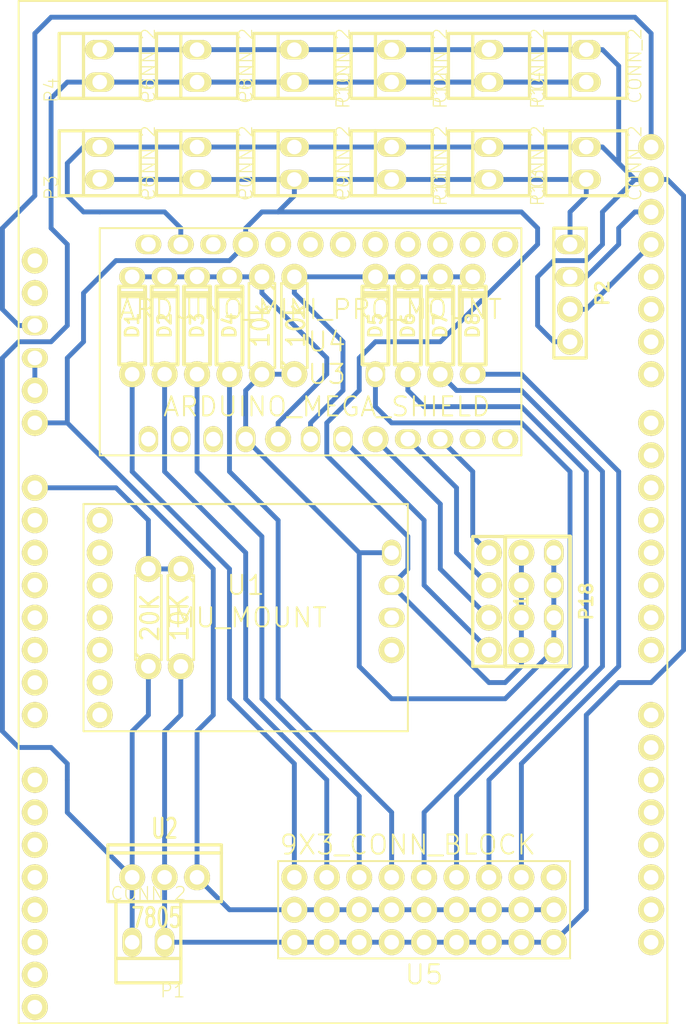
<source format=kicad_pcb>
(kicad_pcb (version 3) (host pcbnew "(2013-jul-07)-stable")

  (general
    (links 98)
    (no_connects 6)
    (area 25.070999 45.390999 76.529001 126.059001)
    (thickness 1.6)
    (drawings 0)
    (tracks 251)
    (zones 0)
    (modules 33)
    (nets 26)
  )

  (page A3)
  (layers
    (15 F.Cu signal)
    (0 B.Cu signal)
    (16 B.Adhes user)
    (17 F.Adhes user)
    (18 B.Paste user)
    (19 F.Paste user)
    (20 B.SilkS user)
    (21 F.SilkS user)
    (22 B.Mask user)
    (23 F.Mask user)
    (24 Dwgs.User user)
    (25 Cmts.User user)
    (26 Eco1.User user)
    (27 Eco2.User user)
    (28 Edge.Cuts user)
  )

  (setup
    (last_trace_width 0.381)
    (trace_clearance 0.254)
    (zone_clearance 0.508)
    (zone_45_only no)
    (trace_min 0.254)
    (segment_width 0.2)
    (edge_width 0.15)
    (via_size 0.889)
    (via_drill 0.635)
    (via_min_size 0.889)
    (via_min_drill 0.508)
    (uvia_size 0.508)
    (uvia_drill 0.127)
    (uvias_allowed no)
    (uvia_min_size 0.508)
    (uvia_min_drill 0.127)
    (pcb_text_width 0.3)
    (pcb_text_size 1.5 1.5)
    (mod_edge_width 0.15)
    (mod_text_size 1.5 1.5)
    (mod_text_width 0.15)
    (pad_size 2.032 1.524)
    (pad_drill 1.143)
    (pad_to_mask_clearance 0.2)
    (aux_axis_origin 0 0)
    (visible_elements FFFE3FBF)
    (pcbplotparams
      (layerselection 3178497)
      (usegerberextensions true)
      (excludeedgelayer true)
      (linewidth 0.100000)
      (plotframeref false)
      (viasonmask false)
      (mode 1)
      (useauxorigin false)
      (hpglpennumber 1)
      (hpglpenspeed 20)
      (hpglpendiameter 15)
      (hpglpenoverlay 2)
      (psnegative false)
      (psa4output false)
      (plotreference true)
      (plotvalue true)
      (plotothertext true)
      (plotinvisibletext false)
      (padsonsilk false)
      (subtractmaskfromsilk false)
      (outputformat 1)
      (mirror false)
      (drillshape 1)
      (scaleselection 1)
      (outputdirectory ""))
  )

  (net 0 "")
  (net 1 /GND)
  (net 2 /VCC)
  (net 3 N-000001)
  (net 4 N-0000017)
  (net 5 N-0000018)
  (net 6 N-0000019)
  (net 7 N-000002)
  (net 8 N-0000020)
  (net 9 N-0000021)
  (net 10 N-0000022)
  (net 11 N-0000023)
  (net 12 N-0000024)
  (net 13 N-0000025)
  (net 14 N-0000026)
  (net 15 N-000003)
  (net 16 N-0000034)
  (net 17 N-000004)
  (net 18 N-0000048)
  (net 19 N-000005)
  (net 20 N-0000050)
  (net 21 N-0000052)
  (net 22 N-0000054)
  (net 23 N-0000060)
  (net 24 N-0000079)
  (net 25 N-0000080)

  (net_class Default "This is the default net class."
    (clearance 0.254)
    (trace_width 0.381)
    (via_dia 0.889)
    (via_drill 0.635)
    (uvia_dia 0.508)
    (uvia_drill 0.127)
    (add_net "")
    (add_net /GND)
    (add_net /VCC)
    (add_net N-000001)
    (add_net N-0000017)
    (add_net N-0000018)
    (add_net N-0000019)
    (add_net N-000002)
    (add_net N-0000020)
    (add_net N-0000021)
    (add_net N-0000022)
    (add_net N-0000023)
    (add_net N-0000024)
    (add_net N-0000025)
    (add_net N-0000026)
    (add_net N-000003)
    (add_net N-0000034)
    (add_net N-000004)
    (add_net N-0000048)
    (add_net N-000005)
    (add_net N-0000050)
    (add_net N-0000052)
    (add_net N-0000054)
    (add_net N-0000060)
    (add_net N-0000079)
    (add_net N-0000080)
  )

  (module R3 (layer F.Cu) (tedit 534C7795) (tstamp 5345C6FF)
    (at 35.56 93.98 90)
    (descr "Resitance 3 pas")
    (tags R)
    (path /5320CEF3)
    (autoplace_cost180 10)
    (fp_text reference R1 (at 0 0.127 90) (layer F.SilkS) hide
      (effects (font (size 1.397 1.27) (thickness 0.2032)))
    )
    (fp_text value 20K (at 0 0.127 90) (layer F.SilkS)
      (effects (font (size 1.397 1.27) (thickness 0.2032)))
    )
    (fp_line (start -3.81 0) (end -3.302 0) (layer F.SilkS) (width 0.2032))
    (fp_line (start 3.81 0) (end 3.302 0) (layer F.SilkS) (width 0.2032))
    (fp_line (start 3.302 0) (end 3.302 -1.016) (layer F.SilkS) (width 0.2032))
    (fp_line (start 3.302 -1.016) (end -3.302 -1.016) (layer F.SilkS) (width 0.2032))
    (fp_line (start -3.302 -1.016) (end -3.302 1.016) (layer F.SilkS) (width 0.2032))
    (fp_line (start -3.302 1.016) (end 3.302 1.016) (layer F.SilkS) (width 0.2032))
    (fp_line (start 3.302 1.016) (end 3.302 0) (layer F.SilkS) (width 0.2032))
    (fp_line (start -3.302 -0.508) (end -2.794 -1.016) (layer F.SilkS) (width 0.2032))
    (pad 1 thru_hole circle (at -3.81 0 90) (size 2.032 2.032) (drill 1.143)
      (layers *.Cu *.Mask F.SilkS)
      (net 23 N-0000060)
    )
    (pad 2 thru_hole circle (at 3.81 0 90) (size 2.032 2.032) (drill 1.143)
      (layers *.Cu *.Mask F.SilkS)
      (net 24 N-0000079)
    )
    (model discret/resistor.wrl
      (at (xyz 0 0 0))
      (scale (xyz 0.3 0.3 0.3))
      (rotate (xyz 0 0 0))
    )
  )

  (module R3 (layer F.Cu) (tedit 534C956E) (tstamp 5345CB8B)
    (at 38.1 93.98 270)
    (descr "Resitance 3 pas")
    (tags R)
    (path /5320CF02)
    (autoplace_cost180 10)
    (fp_text reference R2 (at 0 0.127 270) (layer F.SilkS) hide
      (effects (font (size 1.397 1.27) (thickness 0.2032)))
    )
    (fp_text value 10K (at 0 0.127 270) (layer F.SilkS)
      (effects (font (size 1.397 1.27) (thickness 0.2032)))
    )
    (fp_line (start -3.81 0) (end -3.302 0) (layer F.SilkS) (width 0.2032))
    (fp_line (start 3.81 0) (end 3.302 0) (layer F.SilkS) (width 0.2032))
    (fp_line (start 3.302 0) (end 3.302 -1.016) (layer F.SilkS) (width 0.2032))
    (fp_line (start 3.302 -1.016) (end -3.302 -1.016) (layer F.SilkS) (width 0.2032))
    (fp_line (start -3.302 -1.016) (end -3.302 1.016) (layer F.SilkS) (width 0.2032))
    (fp_line (start -3.302 1.016) (end 3.302 1.016) (layer F.SilkS) (width 0.2032))
    (fp_line (start 3.302 1.016) (end 3.302 0) (layer F.SilkS) (width 0.2032))
    (fp_line (start -3.302 -0.508) (end -2.794 -1.016) (layer F.SilkS) (width 0.2032))
    (pad 1 thru_hole circle (at -3.81 0 270) (size 2.032 2.032) (drill 1.143)
      (layers *.Cu *.Mask F.SilkS)
      (net 24 N-0000079)
    )
    (pad 2 thru_hole circle (at 3.81 0 270) (size 2.032 2.032) (drill 1.143)
      (layers *.Cu *.Mask F.SilkS)
      (net 1 /GND)
    )
    (model discret/resistor.wrl
      (at (xyz 0 0 0))
      (scale (xyz 0.3 0.3 0.3))
      (rotate (xyz 0 0 0))
    )
  )

  (module PINHEAD1-2 (layer F.Cu) (tedit 4C5EDFB2) (tstamp 5345C718)
    (at 39.37 58.42 90)
    (path /5321281E)
    (attr virtual)
    (fp_text reference P5 (at -1.905 -3.81 90) (layer F.SilkS)
      (effects (font (size 1.016 1.016) (thickness 0.0889)))
    )
    (fp_text value CONN_2 (at 0 3.81 90) (layer F.SilkS)
      (effects (font (size 1.016 1.016) (thickness 0.0889)))
    )
    (fp_line (start 2.54 -1.27) (end -2.54 -1.27) (layer F.SilkS) (width 0.254))
    (fp_line (start 2.54 3.175) (end -2.54 3.175) (layer F.SilkS) (width 0.254))
    (fp_line (start -2.54 -3.175) (end 2.54 -3.175) (layer F.SilkS) (width 0.254))
    (fp_line (start -2.54 -3.175) (end -2.54 3.175) (layer F.SilkS) (width 0.254))
    (fp_line (start 2.54 -3.175) (end 2.54 3.175) (layer F.SilkS) (width 0.254))
    (pad 1 thru_hole oval (at -1.27 0 90) (size 1.524 2.286) (drill 1.143)
      (layers *.Cu F.Paste F.SilkS F.Mask)
      (net 2 /VCC)
    )
    (pad 2 thru_hole oval (at 1.27 0 90) (size 1.524 2.286) (drill 1.143)
      (layers *.Cu F.Paste F.SilkS F.Mask)
      (net 1 /GND)
    )
  )

  (module PINHEAD1-2 (layer F.Cu) (tedit 534C790C) (tstamp 534C7AD5)
    (at 35.56 119.38 180)
    (path /53212E1B)
    (attr virtual)
    (fp_text reference P1 (at -1.905 -3.81 180) (layer F.SilkS)
      (effects (font (size 1.016 1.016) (thickness 0.0889)))
    )
    (fp_text value CONN_2 (at 0 3.81 180) (layer F.SilkS)
      (effects (font (size 1.016 1.016) (thickness 0.0889)))
    )
    (fp_line (start 2.54 -1.27) (end -2.54 -1.27) (layer F.SilkS) (width 0.254))
    (fp_line (start 2.54 3.175) (end -2.54 3.175) (layer F.SilkS) (width 0.254))
    (fp_line (start -2.54 -3.175) (end 2.54 -3.175) (layer F.SilkS) (width 0.254))
    (fp_line (start -2.54 -3.175) (end -2.54 3.175) (layer F.SilkS) (width 0.254))
    (fp_line (start 2.54 -3.175) (end 2.54 3.175) (layer F.SilkS) (width 0.254))
    (pad 1 thru_hole oval (at -1.27 0 180) (size 1.524 2.286) (drill 1.143)
      (layers *.Cu F.Paste F.SilkS F.Mask)
      (net 1 /GND)
    )
    (pad 2 thru_hole oval (at 1.27 0 180) (size 1.524 2.286) (drill 1.143)
      (layers *.Cu F.Paste F.SilkS F.Mask)
      (net 23 N-0000060)
    )
  )

  (module PINHEAD1-2 (layer F.Cu) (tedit 4C5EDFB2) (tstamp 5345C739)
    (at 69.85 58.42 90)
    (path /532128A9)
    (attr virtual)
    (fp_text reference P13 (at -1.905 -3.81 90) (layer F.SilkS)
      (effects (font (size 1.016 1.016) (thickness 0.0889)))
    )
    (fp_text value CONN_2 (at 0 3.81 90) (layer F.SilkS)
      (effects (font (size 1.016 1.016) (thickness 0.0889)))
    )
    (fp_line (start 2.54 -1.27) (end -2.54 -1.27) (layer F.SilkS) (width 0.254))
    (fp_line (start 2.54 3.175) (end -2.54 3.175) (layer F.SilkS) (width 0.254))
    (fp_line (start -2.54 -3.175) (end 2.54 -3.175) (layer F.SilkS) (width 0.254))
    (fp_line (start -2.54 -3.175) (end -2.54 3.175) (layer F.SilkS) (width 0.254))
    (fp_line (start 2.54 -3.175) (end 2.54 3.175) (layer F.SilkS) (width 0.254))
    (pad 1 thru_hole oval (at -1.27 0 90) (size 1.524 2.286) (drill 1.143)
      (layers *.Cu F.Paste F.SilkS F.Mask)
      (net 2 /VCC)
    )
    (pad 2 thru_hole oval (at 1.27 0 90) (size 1.524 2.286) (drill 1.143)
      (layers *.Cu F.Paste F.SilkS F.Mask)
      (net 1 /GND)
    )
  )

  (module PINHEAD1-2 (layer F.Cu) (tedit 4C5EDFB2) (tstamp 5345C744)
    (at 62.23 58.42 90)
    (path /5321289A)
    (attr virtual)
    (fp_text reference P11 (at -1.905 -3.81 90) (layer F.SilkS)
      (effects (font (size 1.016 1.016) (thickness 0.0889)))
    )
    (fp_text value CONN_2 (at 0 3.81 90) (layer F.SilkS)
      (effects (font (size 1.016 1.016) (thickness 0.0889)))
    )
    (fp_line (start 2.54 -1.27) (end -2.54 -1.27) (layer F.SilkS) (width 0.254))
    (fp_line (start 2.54 3.175) (end -2.54 3.175) (layer F.SilkS) (width 0.254))
    (fp_line (start -2.54 -3.175) (end 2.54 -3.175) (layer F.SilkS) (width 0.254))
    (fp_line (start -2.54 -3.175) (end -2.54 3.175) (layer F.SilkS) (width 0.254))
    (fp_line (start 2.54 -3.175) (end 2.54 3.175) (layer F.SilkS) (width 0.254))
    (pad 1 thru_hole oval (at -1.27 0 90) (size 1.524 2.286) (drill 1.143)
      (layers *.Cu F.Paste F.SilkS F.Mask)
      (net 2 /VCC)
    )
    (pad 2 thru_hole oval (at 1.27 0 90) (size 1.524 2.286) (drill 1.143)
      (layers *.Cu F.Paste F.SilkS F.Mask)
      (net 1 /GND)
    )
  )

  (module PINHEAD1-2 (layer F.Cu) (tedit 4C5EDFB2) (tstamp 5345C74F)
    (at 54.61 58.42 90)
    (path /5321288B)
    (attr virtual)
    (fp_text reference P9 (at -1.905 -3.81 90) (layer F.SilkS)
      (effects (font (size 1.016 1.016) (thickness 0.0889)))
    )
    (fp_text value CONN_2 (at 0 3.81 90) (layer F.SilkS)
      (effects (font (size 1.016 1.016) (thickness 0.0889)))
    )
    (fp_line (start 2.54 -1.27) (end -2.54 -1.27) (layer F.SilkS) (width 0.254))
    (fp_line (start 2.54 3.175) (end -2.54 3.175) (layer F.SilkS) (width 0.254))
    (fp_line (start -2.54 -3.175) (end 2.54 -3.175) (layer F.SilkS) (width 0.254))
    (fp_line (start -2.54 -3.175) (end -2.54 3.175) (layer F.SilkS) (width 0.254))
    (fp_line (start 2.54 -3.175) (end 2.54 3.175) (layer F.SilkS) (width 0.254))
    (pad 1 thru_hole oval (at -1.27 0 90) (size 1.524 2.286) (drill 1.143)
      (layers *.Cu F.Paste F.SilkS F.Mask)
      (net 2 /VCC)
    )
    (pad 2 thru_hole oval (at 1.27 0 90) (size 1.524 2.286) (drill 1.143)
      (layers *.Cu F.Paste F.SilkS F.Mask)
      (net 1 /GND)
    )
  )

  (module PINHEAD1-2 (layer F.Cu) (tedit 4C5EDFB2) (tstamp 5345C75A)
    (at 46.99 58.42 90)
    (path /5321287C)
    (attr virtual)
    (fp_text reference P7 (at -1.905 -3.81 90) (layer F.SilkS)
      (effects (font (size 1.016 1.016) (thickness 0.0889)))
    )
    (fp_text value CONN_2 (at 0 3.81 90) (layer F.SilkS)
      (effects (font (size 1.016 1.016) (thickness 0.0889)))
    )
    (fp_line (start 2.54 -1.27) (end -2.54 -1.27) (layer F.SilkS) (width 0.254))
    (fp_line (start 2.54 3.175) (end -2.54 3.175) (layer F.SilkS) (width 0.254))
    (fp_line (start -2.54 -3.175) (end 2.54 -3.175) (layer F.SilkS) (width 0.254))
    (fp_line (start -2.54 -3.175) (end -2.54 3.175) (layer F.SilkS) (width 0.254))
    (fp_line (start 2.54 -3.175) (end 2.54 3.175) (layer F.SilkS) (width 0.254))
    (pad 1 thru_hole oval (at -1.27 0 90) (size 1.524 2.286) (drill 1.143)
      (layers *.Cu F.Paste F.SilkS F.Mask)
      (net 2 /VCC)
    )
    (pad 2 thru_hole oval (at 1.27 0 90) (size 1.524 2.286) (drill 1.143)
      (layers *.Cu F.Paste F.SilkS F.Mask)
      (net 1 /GND)
    )
  )

  (module PINHEAD1-2 (layer F.Cu) (tedit 4C5EDFB2) (tstamp 5345C765)
    (at 31.75 58.42 90)
    (path /5321280F)
    (attr virtual)
    (fp_text reference P3 (at -1.905 -3.81 90) (layer F.SilkS)
      (effects (font (size 1.016 1.016) (thickness 0.0889)))
    )
    (fp_text value CONN_2 (at 0 3.81 90) (layer F.SilkS)
      (effects (font (size 1.016 1.016) (thickness 0.0889)))
    )
    (fp_line (start 2.54 -1.27) (end -2.54 -1.27) (layer F.SilkS) (width 0.254))
    (fp_line (start 2.54 3.175) (end -2.54 3.175) (layer F.SilkS) (width 0.254))
    (fp_line (start -2.54 -3.175) (end 2.54 -3.175) (layer F.SilkS) (width 0.254))
    (fp_line (start -2.54 -3.175) (end -2.54 3.175) (layer F.SilkS) (width 0.254))
    (fp_line (start 2.54 -3.175) (end 2.54 3.175) (layer F.SilkS) (width 0.254))
    (pad 1 thru_hole oval (at -1.27 0 90) (size 1.524 2.286) (drill 1.143)
      (layers *.Cu F.Paste F.SilkS F.Mask)
      (net 2 /VCC)
    )
    (pad 2 thru_hole oval (at 1.27 0 90) (size 1.524 2.286) (drill 1.143)
      (layers *.Cu F.Paste F.SilkS F.Mask)
      (net 1 /GND)
    )
  )

  (module PINHEAD1-2 (layer F.Cu) (tedit 4C5EDFB2) (tstamp 5345C770)
    (at 69.85 50.8 90)
    (path /53212800)
    (attr virtual)
    (fp_text reference P14 (at -1.905 -3.81 90) (layer F.SilkS)
      (effects (font (size 1.016 1.016) (thickness 0.0889)))
    )
    (fp_text value CONN_2 (at 0 3.81 90) (layer F.SilkS)
      (effects (font (size 1.016 1.016) (thickness 0.0889)))
    )
    (fp_line (start 2.54 -1.27) (end -2.54 -1.27) (layer F.SilkS) (width 0.254))
    (fp_line (start 2.54 3.175) (end -2.54 3.175) (layer F.SilkS) (width 0.254))
    (fp_line (start -2.54 -3.175) (end 2.54 -3.175) (layer F.SilkS) (width 0.254))
    (fp_line (start -2.54 -3.175) (end -2.54 3.175) (layer F.SilkS) (width 0.254))
    (fp_line (start 2.54 -3.175) (end 2.54 3.175) (layer F.SilkS) (width 0.254))
    (pad 1 thru_hole oval (at -1.27 0 90) (size 1.524 2.286) (drill 1.143)
      (layers *.Cu F.Paste F.SilkS F.Mask)
      (net 23 N-0000060)
    )
    (pad 2 thru_hole oval (at 1.27 0 90) (size 1.524 2.286) (drill 1.143)
      (layers *.Cu F.Paste F.SilkS F.Mask)
      (net 1 /GND)
    )
  )

  (module PINHEAD1-2 (layer F.Cu) (tedit 4C5EDFB2) (tstamp 5345C77B)
    (at 62.23 50.8 90)
    (path /532127F1)
    (attr virtual)
    (fp_text reference P12 (at -1.905 -3.81 90) (layer F.SilkS)
      (effects (font (size 1.016 1.016) (thickness 0.0889)))
    )
    (fp_text value CONN_2 (at 0 3.81 90) (layer F.SilkS)
      (effects (font (size 1.016 1.016) (thickness 0.0889)))
    )
    (fp_line (start 2.54 -1.27) (end -2.54 -1.27) (layer F.SilkS) (width 0.254))
    (fp_line (start 2.54 3.175) (end -2.54 3.175) (layer F.SilkS) (width 0.254))
    (fp_line (start -2.54 -3.175) (end 2.54 -3.175) (layer F.SilkS) (width 0.254))
    (fp_line (start -2.54 -3.175) (end -2.54 3.175) (layer F.SilkS) (width 0.254))
    (fp_line (start 2.54 -3.175) (end 2.54 3.175) (layer F.SilkS) (width 0.254))
    (pad 1 thru_hole oval (at -1.27 0 90) (size 1.524 2.286) (drill 1.143)
      (layers *.Cu F.Paste F.SilkS F.Mask)
      (net 23 N-0000060)
    )
    (pad 2 thru_hole oval (at 1.27 0 90) (size 1.524 2.286) (drill 1.143)
      (layers *.Cu F.Paste F.SilkS F.Mask)
      (net 1 /GND)
    )
  )

  (module PINHEAD1-2 (layer F.Cu) (tedit 4C5EDFB2) (tstamp 5345C786)
    (at 54.61 50.8 90)
    (path /532127E2)
    (attr virtual)
    (fp_text reference P10 (at -1.905 -3.81 90) (layer F.SilkS)
      (effects (font (size 1.016 1.016) (thickness 0.0889)))
    )
    (fp_text value CONN_2 (at 0 3.81 90) (layer F.SilkS)
      (effects (font (size 1.016 1.016) (thickness 0.0889)))
    )
    (fp_line (start 2.54 -1.27) (end -2.54 -1.27) (layer F.SilkS) (width 0.254))
    (fp_line (start 2.54 3.175) (end -2.54 3.175) (layer F.SilkS) (width 0.254))
    (fp_line (start -2.54 -3.175) (end 2.54 -3.175) (layer F.SilkS) (width 0.254))
    (fp_line (start -2.54 -3.175) (end -2.54 3.175) (layer F.SilkS) (width 0.254))
    (fp_line (start 2.54 -3.175) (end 2.54 3.175) (layer F.SilkS) (width 0.254))
    (pad 1 thru_hole oval (at -1.27 0 90) (size 1.524 2.286) (drill 1.143)
      (layers *.Cu F.Paste F.SilkS F.Mask)
      (net 23 N-0000060)
    )
    (pad 2 thru_hole oval (at 1.27 0 90) (size 1.524 2.286) (drill 1.143)
      (layers *.Cu F.Paste F.SilkS F.Mask)
      (net 1 /GND)
    )
  )

  (module PINHEAD1-2 (layer F.Cu) (tedit 4C5EDFB2) (tstamp 5345C791)
    (at 46.99 50.8 90)
    (path /532127D3)
    (attr virtual)
    (fp_text reference P8 (at -1.905 -3.81 90) (layer F.SilkS)
      (effects (font (size 1.016 1.016) (thickness 0.0889)))
    )
    (fp_text value CONN_2 (at 0 3.81 90) (layer F.SilkS)
      (effects (font (size 1.016 1.016) (thickness 0.0889)))
    )
    (fp_line (start 2.54 -1.27) (end -2.54 -1.27) (layer F.SilkS) (width 0.254))
    (fp_line (start 2.54 3.175) (end -2.54 3.175) (layer F.SilkS) (width 0.254))
    (fp_line (start -2.54 -3.175) (end 2.54 -3.175) (layer F.SilkS) (width 0.254))
    (fp_line (start -2.54 -3.175) (end -2.54 3.175) (layer F.SilkS) (width 0.254))
    (fp_line (start 2.54 -3.175) (end 2.54 3.175) (layer F.SilkS) (width 0.254))
    (pad 1 thru_hole oval (at -1.27 0 90) (size 1.524 2.286) (drill 1.143)
      (layers *.Cu F.Paste F.SilkS F.Mask)
      (net 23 N-0000060)
    )
    (pad 2 thru_hole oval (at 1.27 0 90) (size 1.524 2.286) (drill 1.143)
      (layers *.Cu F.Paste F.SilkS F.Mask)
      (net 1 /GND)
    )
  )

  (module PINHEAD1-2 (layer F.Cu) (tedit 4C5EDFB2) (tstamp 5345C79C)
    (at 39.37 50.8 90)
    (path /532127B5)
    (attr virtual)
    (fp_text reference P6 (at -1.905 -3.81 90) (layer F.SilkS)
      (effects (font (size 1.016 1.016) (thickness 0.0889)))
    )
    (fp_text value CONN_2 (at 0 3.81 90) (layer F.SilkS)
      (effects (font (size 1.016 1.016) (thickness 0.0889)))
    )
    (fp_line (start 2.54 -1.27) (end -2.54 -1.27) (layer F.SilkS) (width 0.254))
    (fp_line (start 2.54 3.175) (end -2.54 3.175) (layer F.SilkS) (width 0.254))
    (fp_line (start -2.54 -3.175) (end 2.54 -3.175) (layer F.SilkS) (width 0.254))
    (fp_line (start -2.54 -3.175) (end -2.54 3.175) (layer F.SilkS) (width 0.254))
    (fp_line (start 2.54 -3.175) (end 2.54 3.175) (layer F.SilkS) (width 0.254))
    (pad 1 thru_hole oval (at -1.27 0 90) (size 1.524 2.286) (drill 1.143)
      (layers *.Cu F.Paste F.SilkS F.Mask)
      (net 23 N-0000060)
    )
    (pad 2 thru_hole oval (at 1.27 0 90) (size 1.524 2.286) (drill 1.143)
      (layers *.Cu F.Paste F.SilkS F.Mask)
      (net 1 /GND)
    )
  )

  (module PINHEAD1-2 (layer F.Cu) (tedit 4C5EDFB2) (tstamp 5345C7A7)
    (at 31.75 50.8 90)
    (path /53212777)
    (attr virtual)
    (fp_text reference P4 (at -1.905 -3.81 90) (layer F.SilkS)
      (effects (font (size 1.016 1.016) (thickness 0.0889)))
    )
    (fp_text value CONN_2 (at 0 3.81 90) (layer F.SilkS)
      (effects (font (size 1.016 1.016) (thickness 0.0889)))
    )
    (fp_line (start 2.54 -1.27) (end -2.54 -1.27) (layer F.SilkS) (width 0.254))
    (fp_line (start 2.54 3.175) (end -2.54 3.175) (layer F.SilkS) (width 0.254))
    (fp_line (start -2.54 -3.175) (end 2.54 -3.175) (layer F.SilkS) (width 0.254))
    (fp_line (start -2.54 -3.175) (end -2.54 3.175) (layer F.SilkS) (width 0.254))
    (fp_line (start 2.54 -3.175) (end 2.54 3.175) (layer F.SilkS) (width 0.254))
    (pad 1 thru_hole oval (at -1.27 0 90) (size 1.524 2.286) (drill 1.143)
      (layers *.Cu F.Paste F.SilkS F.Mask)
      (net 23 N-0000060)
    )
    (pad 2 thru_hole oval (at 1.27 0 90) (size 1.524 2.286) (drill 1.143)
      (layers *.Cu F.Paste F.SilkS F.Mask)
      (net 1 /GND)
    )
  )

  (module PIN_ARRAY_4x1 (layer F.Cu) (tedit 534C7F7E) (tstamp 534C7FE8)
    (at 68.58 68.58 270)
    (descr "Double rangee de contacts 2 x 5 pins")
    (tags CONN)
    (path /53497310)
    (fp_text reference P2 (at 0 -2.54 270) (layer F.SilkS)
      (effects (font (size 1.016 1.016) (thickness 0.2032)))
    )
    (fp_text value HC-SR04_PROXSENS (at 0 2.54 270) (layer F.SilkS) hide
      (effects (font (size 1.016 1.016) (thickness 0.2032)))
    )
    (fp_line (start 5.08 1.27) (end -5.08 1.27) (layer F.SilkS) (width 0.254))
    (fp_line (start 5.08 -1.27) (end -5.08 -1.27) (layer F.SilkS) (width 0.254))
    (fp_line (start -5.08 -1.27) (end -5.08 1.27) (layer F.SilkS) (width 0.254))
    (fp_line (start 5.08 1.27) (end 5.08 -1.27) (layer F.SilkS) (width 0.254))
    (pad 1 thru_hole oval (at -3.81 0 270) (size 1.524 2.286) (drill 1.143)
      (layers *.Cu *.Mask F.SilkS)
      (net 2 /VCC)
    )
    (pad 2 thru_hole oval (at -1.27 0 270) (size 1.524 2.286) (drill 1.143)
      (layers *.Cu *.Mask F.SilkS)
      (net 18 N-0000048)
    )
    (pad 3 thru_hole circle (at 1.27 0 270) (size 2.032 2.032) (drill 1.143)
      (layers *.Cu *.Mask F.SilkS)
      (net 21 N-0000052)
    )
    (pad 4 thru_hole circle (at 3.81 0 270) (size 2.032 2.032) (drill 1.143)
      (layers *.Cu *.Mask F.SilkS)
      (net 1 /GND)
    )
    (model pin_array\pins_array_4x1.wrl
      (at (xyz 0 0 0))
      (scale (xyz 1 1 1))
      (rotate (xyz 0 0 0))
    )
  )

  (module IMU_Mount (layer F.Cu) (tedit 534C96DF) (tstamp 5345C7DA)
    (at 43.18 93.98)
    (path /532A16AB)
    (fp_text reference U1 (at 0 -2.54) (layer F.SilkS)
      (effects (font (size 1.5 1.5) (thickness 0.15)))
    )
    (fp_text value IMU_MOUNT (at 0 0) (layer F.SilkS)
      (effects (font (size 1.5 1.5) (thickness 0.15)))
    )
    (fp_line (start -12.7 8.89) (end 12.7 8.89) (layer F.SilkS) (width 0.15))
    (fp_line (start -12.7 8.89) (end -12.7 -8.89) (layer F.SilkS) (width 0.15))
    (fp_line (start 12.7 8.89) (end 12.7 -8.89) (layer F.SilkS) (width 0.15))
    (fp_line (start -12.7 -8.89) (end 12.7 -8.89) (layer F.SilkS) (width 0.15))
    (fp_line (start -12.7 -8.89) (end 12.7 -8.89) (layer F.SilkS) (width 0.15))
    (fp_line (start 12.7 -8.89) (end -12.7 -8.89) (layer F.SilkS) (width 0.15))
    (pad 1 thru_hole circle (at 11.43 2.54) (size 2.032 2.032) (drill 1.143)
      (layers *.Cu *.Mask F.SilkS)
      (net 22 N-0000054)
    )
    (pad 2 thru_hole oval (at 11.43 0) (size 2.032 1.524) (drill 1.143)
      (layers *.Cu *.Mask F.SilkS)
      (net 20 N-0000050)
    )
    (pad 3 thru_hole oval (at 11.43 -2.54) (size 2.032 1.524) (drill 1.143)
      (layers *.Cu *.Mask F.SilkS)
      (net 2 /VCC)
    )
    (pad 4 thru_hole oval (at 11.43 -5.08) (size 1.524 2.032) (drill 1.143)
      (layers *.Cu *.Mask F.SilkS)
      (net 1 /GND)
    )
    (pad 5 thru_hole circle (at -11.43 7.62) (size 2.032 2.032) (drill 1.143)
      (layers *.Cu *.Mask F.SilkS)
    )
    (pad 6 thru_hole circle (at -11.43 5.08) (size 2.032 2.032) (drill 1.143)
      (layers *.Cu *.Mask F.SilkS)
    )
    (pad 7 thru_hole circle (at -11.43 2.54) (size 2.032 2.032) (drill 1.143)
      (layers *.Cu *.Mask F.SilkS)
    )
    (pad 8 thru_hole circle (at -11.43 0) (size 2.032 2.032) (drill 1.143)
      (layers *.Cu *.Mask F.SilkS)
    )
    (pad 9 thru_hole circle (at -11.43 -2.54) (size 2.032 2.032) (drill 1.143)
      (layers *.Cu *.Mask F.SilkS)
    )
    (pad 10 thru_hole circle (at -11.43 -5.08) (size 2.032 2.032) (drill 1.143)
      (layers *.Cu *.Mask F.SilkS)
    )
    (pad 11 thru_hole circle (at -11.43 -7.62) (size 2.032 2.032) (drill 1.143)
      (layers *.Cu *.Mask F.SilkS)
    )
  )

  (module Arduino_Mega_Shield_Partial (layer F.Cu) (tedit 534C83CF) (tstamp 534C656E)
    (at 49.53 77.47)
    (path /532A24F4)
    (fp_text reference U3 (at 0 -2.54) (layer F.SilkS)
      (effects (font (size 1.5 1.5) (thickness 0.15)))
    )
    (fp_text value ARDUINO_MEGA_SHIELD (at 0 0) (layer F.SilkS)
      (effects (font (size 1.5 1.5) (thickness 0.15)))
    )
    (fp_line (start 26.67 -31.75) (end 26.67 48.26) (layer F.SilkS) (width 0.15))
    (fp_line (start -24.13 48.26) (end -24.13 -31.75) (layer F.SilkS) (width 0.15))
    (fp_line (start 26.67 48.26) (end -24.13 48.26) (layer F.SilkS) (width 0.15))
    (fp_line (start 26.67 -31.75) (end -24.13 -31.75) (layer F.SilkS) (width 0.15))
    (pad 1 thru_hole circle (at -22.86 -11.43) (size 2.032 2.032) (drill 1.143)
      (layers *.Cu *.Mask F.SilkS)
    )
    (pad 2 thru_hole circle (at -22.86 -8.89) (size 2.032 2.032) (drill 1.143)
      (layers *.Cu *.Mask F.SilkS)
    )
    (pad 3 thru_hole oval (at -22.86 -6.35) (size 2.032 1.524) (drill 1.143)
      (layers *.Cu *.Mask F.SilkS)
      (net 25 N-0000080)
    )
    (pad 4 thru_hole oval (at -22.86 -3.81) (size 2.032 1.524) (drill 1.143)
      (layers *.Cu *.Mask F.SilkS)
      (net 1 /GND)
    )
    (pad 5 thru_hole circle (at -22.86 -1.27) (size 2.032 2.032) (drill 1.143)
      (layers *.Cu *.Mask F.SilkS)
      (net 1 /GND)
    )
    (pad 6 thru_hole circle (at -22.86 1.27) (size 2.032 2.032) (drill 1.143)
      (layers *.Cu *.Mask F.SilkS)
      (net 2 /VCC)
    )
    (pad 7 thru_hole circle (at -22.86 6.35) (size 2.032 2.032) (drill 1.143)
      (layers *.Cu *.Mask F.SilkS)
      (net 24 N-0000079)
    )
    (pad 8 thru_hole circle (at -22.86 8.89) (size 2.032 2.032) (drill 1.143)
      (layers *.Cu *.Mask F.SilkS)
    )
    (pad 9 thru_hole circle (at -22.86 11.43) (size 2.032 2.032) (drill 1.143)
      (layers *.Cu *.Mask F.SilkS)
    )
    (pad 10 thru_hole circle (at -22.86 13.97) (size 2.032 2.032) (drill 1.143)
      (layers *.Cu *.Mask F.SilkS)
    )
    (pad 11 thru_hole circle (at -22.86 16.51) (size 2.032 2.032) (drill 1.143)
      (layers *.Cu *.Mask F.SilkS)
    )
    (pad 12 thru_hole circle (at -22.86 19.05) (size 2.032 2.032) (drill 1.143)
      (layers *.Cu *.Mask F.SilkS)
    )
    (pad 13 thru_hole circle (at -22.86 21.59) (size 2.032 2.032) (drill 1.143)
      (layers *.Cu *.Mask F.SilkS)
    )
    (pad 14 thru_hole circle (at -22.86 24.13) (size 2.032 2.032) (drill 1.143)
      (layers *.Cu *.Mask F.SilkS)
    )
    (pad 15 thru_hole circle (at -22.86 29.21) (size 2.032 2.032) (drill 1.143)
      (layers *.Cu *.Mask F.SilkS)
    )
    (pad 16 thru_hole circle (at -22.86 31.75) (size 2.032 2.032) (drill 1.143)
      (layers *.Cu *.Mask F.SilkS)
    )
    (pad 17 thru_hole circle (at -22.86 34.29) (size 2.032 2.032) (drill 1.143)
      (layers *.Cu *.Mask F.SilkS)
    )
    (pad 18 thru_hole circle (at -22.86 36.83) (size 2.032 2.032) (drill 1.143)
      (layers *.Cu *.Mask F.SilkS)
    )
    (pad 19 thru_hole circle (at -22.86 39.37) (size 2.032 2.032) (drill 1.143)
      (layers *.Cu *.Mask F.SilkS)
    )
    (pad 20 thru_hole circle (at -22.86 41.91) (size 2.032 2.032) (drill 1.143)
      (layers *.Cu *.Mask F.SilkS)
    )
    (pad 21 thru_hole circle (at -22.86 44.45) (size 2.032 2.032) (drill 1.143)
      (layers *.Cu *.Mask F.SilkS)
    )
    (pad 23 thru_hole circle (at 25.4 41.91) (size 2.032 2.032) (drill 1.143)
      (layers *.Cu *.Mask F.SilkS)
      (net 22 N-0000054)
    )
    (pad 24 thru_hole circle (at 25.4 39.37) (size 2.032 2.032) (drill 1.143)
      (layers *.Cu *.Mask F.SilkS)
      (net 20 N-0000050)
    )
    (pad 25 thru_hole circle (at 25.4 36.83) (size 2.032 2.032) (drill 1.143)
      (layers *.Cu *.Mask F.SilkS)
      (net 16 N-0000034)
    )
    (pad 26 thru_hole circle (at 25.4 34.29) (size 2.032 2.032) (drill 1.143)
      (layers *.Cu *.Mask F.SilkS)
      (net 19 N-000005)
    )
    (pad 27 thru_hole circle (at 25.4 31.75) (size 2.032 2.032) (drill 1.143)
      (layers *.Cu *.Mask F.SilkS)
    )
    (pad 28 thru_hole circle (at 25.4 29.21) (size 2.032 2.032) (drill 1.143)
      (layers *.Cu *.Mask F.SilkS)
    )
    (pad 29 thru_hole circle (at 25.4 26.67) (size 2.032 2.032) (drill 1.143)
      (layers *.Cu *.Mask F.SilkS)
    )
    (pad 30 thru_hole circle (at 25.4 24.13) (size 2.032 2.032) (drill 1.143)
      (layers *.Cu *.Mask F.SilkS)
    )
    (pad 31 thru_hole circle (at 25.4 19.05) (size 2.032 2.032) (drill 1.143)
      (layers *.Cu *.Mask F.SilkS)
    )
    (pad 32 thru_hole circle (at 25.4 16.51) (size 2.032 2.032) (drill 1.143)
      (layers *.Cu *.Mask F.SilkS)
    )
    (pad 33 thru_hole circle (at 25.4 13.97) (size 2.032 2.032) (drill 1.143)
      (layers *.Cu *.Mask F.SilkS)
    )
    (pad 34 thru_hole circle (at 25.4 11.43) (size 2.032 2.032) (drill 1.143)
      (layers *.Cu *.Mask F.SilkS)
    )
    (pad 35 thru_hole circle (at 25.4 8.89) (size 2.032 2.032) (drill 1.143)
      (layers *.Cu *.Mask F.SilkS)
    )
    (pad 36 thru_hole circle (at 25.4 6.35) (size 2.032 2.032) (drill 1.143)
      (layers *.Cu *.Mask F.SilkS)
    )
    (pad 37 thru_hole circle (at 25.4 3.81) (size 2.032 2.032) (drill 1.143)
      (layers *.Cu *.Mask F.SilkS)
    )
    (pad 38 thru_hole circle (at 25.4 1.27) (size 2.032 2.032) (drill 1.143)
      (layers *.Cu *.Mask F.SilkS)
    )
    (pad 39 thru_hole circle (at 25.4 -2.54) (size 2.032 2.032) (drill 1.143)
      (layers *.Cu *.Mask F.SilkS)
    )
    (pad 40 thru_hole circle (at 25.4 -5.08) (size 2.032 2.032) (drill 1.143)
      (layers *.Cu *.Mask F.SilkS)
    )
    (pad 41 thru_hole circle (at 25.4 -7.62) (size 2.032 2.032) (drill 1.143)
      (layers *.Cu *.Mask F.SilkS)
    )
    (pad 42 thru_hole circle (at 25.4 -10.16) (size 2.032 2.032) (drill 1.143)
      (layers *.Cu *.Mask F.SilkS)
    )
    (pad 43 thru_hole circle (at 25.4 -12.7) (size 2.032 2.032) (drill 1.143)
      (layers *.Cu *.Mask F.SilkS)
      (net 21 N-0000052)
    )
    (pad 44 thru_hole circle (at 25.4 -15.24) (size 2.032 2.032) (drill 1.143)
      (layers *.Cu *.Mask F.SilkS)
      (net 18 N-0000048)
    )
    (pad 45 thru_hole circle (at 25.4 -17.78) (size 2.032 2.032) (drill 1.143)
      (layers *.Cu *.Mask F.SilkS)
      (net 1 /GND)
    )
    (pad 46 thru_hole circle (at 25.4 -20.32) (size 2.032 2.032) (drill 1.143)
      (layers *.Cu *.Mask F.SilkS)
      (net 25 N-0000080)
    )
    (pad 22 thru_hole circle (at -22.86 46.99) (size 2.032 2.032) (drill 1.143)
      (layers *.Cu *.Mask F.SilkS)
    )
  )

  (module R3 (layer F.Cu) (tedit 534C928E) (tstamp 534C80B7)
    (at 46.99 71.12 90)
    (descr "Resitance 3 pas")
    (tags R)
    (path /53496D70)
    (autoplace_cost180 10)
    (fp_text reference R3 (at 0 0.127 90) (layer F.SilkS) hide
      (effects (font (size 1.397 1.27) (thickness 0.2032)))
    )
    (fp_text value 10k (at 0 0.127 90) (layer F.SilkS)
      (effects (font (size 1.397 1.27) (thickness 0.2032)))
    )
    (fp_line (start -3.81 0) (end -3.302 0) (layer F.SilkS) (width 0.2032))
    (fp_line (start 3.81 0) (end 3.302 0) (layer F.SilkS) (width 0.2032))
    (fp_line (start 3.302 0) (end 3.302 -1.016) (layer F.SilkS) (width 0.2032))
    (fp_line (start 3.302 -1.016) (end -3.302 -1.016) (layer F.SilkS) (width 0.2032))
    (fp_line (start -3.302 -1.016) (end -3.302 1.016) (layer F.SilkS) (width 0.2032))
    (fp_line (start -3.302 1.016) (end 3.302 1.016) (layer F.SilkS) (width 0.2032))
    (fp_line (start 3.302 1.016) (end 3.302 0) (layer F.SilkS) (width 0.2032))
    (fp_line (start -3.302 -0.508) (end -2.794 -1.016) (layer F.SilkS) (width 0.2032))
    (pad 1 thru_hole circle (at -3.81 0 90) (size 2.032 2.032) (drill 1.143)
      (layers *.Cu *.Mask F.SilkS)
      (net 1 /GND)
    )
    (pad 2 thru_hole circle (at 3.81 0 90) (size 2.032 2.032) (drill 1.143)
      (layers *.Cu *.Mask F.SilkS)
      (net 4 N-0000017)
    )
    (model discret/resistor.wrl
      (at (xyz 0 0 0))
      (scale (xyz 0.3 0.3 0.3))
      (rotate (xyz 0 0 0))
    )
  )

  (module R3 (layer F.Cu) (tedit 534C9292) (tstamp 5349AFE9)
    (at 44.45 71.12 270)
    (descr "Resitance 3 pas")
    (tags R)
    (path /53496D82)
    (autoplace_cost180 10)
    (fp_text reference R4 (at 0 0.127 270) (layer F.SilkS) hide
      (effects (font (size 1.397 1.27) (thickness 0.2032)))
    )
    (fp_text value 10k (at 0 0.127 270) (layer F.SilkS)
      (effects (font (size 1.397 1.27) (thickness 0.2032)))
    )
    (fp_line (start -3.81 0) (end -3.302 0) (layer F.SilkS) (width 0.2032))
    (fp_line (start 3.81 0) (end 3.302 0) (layer F.SilkS) (width 0.2032))
    (fp_line (start 3.302 0) (end 3.302 -1.016) (layer F.SilkS) (width 0.2032))
    (fp_line (start 3.302 -1.016) (end -3.302 -1.016) (layer F.SilkS) (width 0.2032))
    (fp_line (start -3.302 -1.016) (end -3.302 1.016) (layer F.SilkS) (width 0.2032))
    (fp_line (start -3.302 1.016) (end 3.302 1.016) (layer F.SilkS) (width 0.2032))
    (fp_line (start 3.302 1.016) (end 3.302 0) (layer F.SilkS) (width 0.2032))
    (fp_line (start -3.302 -0.508) (end -2.794 -1.016) (layer F.SilkS) (width 0.2032))
    (pad 1 thru_hole circle (at -3.81 0 270) (size 2.032 2.032) (drill 1.143)
      (layers *.Cu *.Mask F.SilkS)
      (net 12 N-0000024)
    )
    (pad 2 thru_hole circle (at 3.81 0 270) (size 2.032 2.032) (drill 1.143)
      (layers *.Cu *.Mask F.SilkS)
      (net 1 /GND)
    )
    (model discret/resistor.wrl
      (at (xyz 0 0 0))
      (scale (xyz 0.3 0.3 0.3))
      (rotate (xyz 0 0 0))
    )
  )

  (module pin_array_4x2 (layer F.Cu) (tedit 534C8BAF) (tstamp 534C8C00)
    (at 66.04 92.71 270)
    (descr "Double rangee de contacts 2 x 4 pins")
    (tags CONN)
    (path /53496DB9)
    (fp_text reference P18 (at 0 -3.81 270) (layer F.SilkS)
      (effects (font (size 1.016 1.016) (thickness 0.2032)))
    )
    (fp_text value "ESC P & G" (at 0 3.81 270) (layer F.SilkS) hide
      (effects (font (size 1.016 1.016) (thickness 0.2032)))
    )
    (fp_line (start -5.08 -2.54) (end 5.08 -2.54) (layer F.SilkS) (width 0.3048))
    (fp_line (start 5.08 -2.54) (end 5.08 2.54) (layer F.SilkS) (width 0.3048))
    (fp_line (start 5.08 2.54) (end -5.08 2.54) (layer F.SilkS) (width 0.3048))
    (fp_line (start -5.08 2.54) (end -5.08 -2.54) (layer F.SilkS) (width 0.3048))
    (pad 1 thru_hole circle (at -3.81 1.27 270) (size 2.032 2.032) (drill 1.143)
      (layers *.Cu *.Mask F.SilkS)
      (net 2 /VCC)
    )
    (pad 2 thru_hole oval (at -3.81 -1.27 270) (size 2.032 1.524) (drill 1.143)
      (layers *.Cu *.Mask F.SilkS)
      (net 1 /GND)
    )
    (pad 3 thru_hole circle (at -1.27 1.27 270) (size 2.032 2.032) (drill 1.143)
      (layers *.Cu *.Mask F.SilkS)
      (net 2 /VCC)
    )
    (pad 4 thru_hole oval (at -1.27 -1.27 270) (size 2.032 1.524) (drill 1.143)
      (layers *.Cu *.Mask F.SilkS)
      (net 1 /GND)
    )
    (pad 5 thru_hole circle (at 1.27 1.27 270) (size 2.032 2.032) (drill 1.143)
      (layers *.Cu *.Mask F.SilkS)
      (net 2 /VCC)
    )
    (pad 6 thru_hole oval (at 1.27 -1.27 270) (size 2.032 1.524) (drill 1.143)
      (layers *.Cu *.Mask F.SilkS)
      (net 1 /GND)
    )
    (pad 7 thru_hole circle (at 3.81 1.27 270) (size 2.032 2.032) (drill 1.143)
      (layers *.Cu *.Mask F.SilkS)
      (net 2 /VCC)
    )
    (pad 8 thru_hole oval (at 3.81 -1.27 270) (size 2.032 1.524) (drill 1.143)
      (layers *.Cu *.Mask F.SilkS)
      (net 1 /GND)
    )
    (model pin_array/pins_array_4x2.wrl
      (at (xyz 0 0 0))
      (scale (xyz 1 1 1))
      (rotate (xyz 0 0 0))
    )
  )

  (module PIN_ARRAY_4x1 (layer F.Cu) (tedit 534C77CC) (tstamp 5349B010)
    (at 62.23 92.71 270)
    (descr "Double rangee de contacts 2 x 5 pins")
    (tags CONN)
    (path /53496DBF)
    (fp_text reference P17 (at 0 -2.54 270) (layer F.SilkS)
      (effects (font (size 1.016 1.016) (thickness 0.2032)))
    )
    (fp_text value "ESC Sig" (at 0 2.54 270) (layer F.SilkS) hide
      (effects (font (size 1.016 1.016) (thickness 0.2032)))
    )
    (fp_line (start 5.08 1.27) (end -5.08 1.27) (layer F.SilkS) (width 0.254))
    (fp_line (start 5.08 -1.27) (end -5.08 -1.27) (layer F.SilkS) (width 0.254))
    (fp_line (start -5.08 -1.27) (end -5.08 1.27) (layer F.SilkS) (width 0.254))
    (fp_line (start 5.08 1.27) (end 5.08 -1.27) (layer F.SilkS) (width 0.254))
    (pad 1 thru_hole circle (at -3.81 0 270) (size 2.032 2.032) (drill 1.143)
      (layers *.Cu *.Mask F.SilkS)
      (net 17 N-000004)
    )
    (pad 2 thru_hole circle (at -1.27 0 270) (size 2.032 2.032) (drill 1.143)
      (layers *.Cu *.Mask F.SilkS)
      (net 15 N-000003)
    )
    (pad 3 thru_hole circle (at 1.27 0 270) (size 2.032 2.032) (drill 1.143)
      (layers *.Cu *.Mask F.SilkS)
      (net 7 N-000002)
    )
    (pad 4 thru_hole circle (at 3.81 0 270) (size 2.032 2.032) (drill 1.143)
      (layers *.Cu *.Mask F.SilkS)
      (net 3 N-000001)
    )
    (model pin_array\pins_array_4x1.wrl
      (at (xyz 0 0 0))
      (scale (xyz 1 1 1))
      (rotate (xyz 0 0 0))
    )
  )

  (module D3 (layer F.Cu) (tedit 534C9179) (tstamp 5349B02C)
    (at 34.29 71.12 90)
    (descr "Diode 3 pas")
    (tags "DIODE DEV")
    (path /53496D88)
    (fp_text reference D1 (at 0 0 90) (layer F.SilkS)
      (effects (font (size 1.016 1.016) (thickness 0.2032)))
    )
    (fp_text value DIODE (at 0 0 90) (layer F.SilkS) hide
      (effects (font (size 1.016 1.016) (thickness 0.2032)))
    )
    (fp_line (start 3.81 0) (end 3.048 0) (layer F.SilkS) (width 0.3048))
    (fp_line (start 3.048 0) (end 3.048 -1.016) (layer F.SilkS) (width 0.3048))
    (fp_line (start 3.048 -1.016) (end -3.048 -1.016) (layer F.SilkS) (width 0.3048))
    (fp_line (start -3.048 -1.016) (end -3.048 0) (layer F.SilkS) (width 0.3048))
    (fp_line (start -3.048 0) (end -3.81 0) (layer F.SilkS) (width 0.3048))
    (fp_line (start -3.048 0) (end -3.048 1.016) (layer F.SilkS) (width 0.3048))
    (fp_line (start -3.048 1.016) (end 3.048 1.016) (layer F.SilkS) (width 0.3048))
    (fp_line (start 3.048 1.016) (end 3.048 0) (layer F.SilkS) (width 0.3048))
    (fp_line (start 2.54 -1.016) (end 2.54 1.016) (layer F.SilkS) (width 0.3048))
    (fp_line (start 2.286 1.016) (end 2.286 -1.016) (layer F.SilkS) (width 0.3048))
    (pad 2 thru_hole oval (at 3.81 0 90) (size 1.524 2.032) (drill 1.143)
      (layers *.Cu *.Mask F.SilkS)
      (net 12 N-0000024)
    )
    (pad 1 thru_hole circle (at -3.81 0 90) (size 2.032 2.032) (drill 1.143)
      (layers *.Cu *.Mask F.SilkS)
      (net 14 N-0000026)
    )
    (model discret/diode.wrl
      (at (xyz 0 0 0))
      (scale (xyz 0.3 0.3 0.3))
      (rotate (xyz 0 0 0))
    )
  )

  (module D3 (layer F.Cu) (tedit 534C918B) (tstamp 5349B03C)
    (at 41.91 71.12 90)
    (descr "Diode 3 pas")
    (tags "DIODE DEV")
    (path /53496D8E)
    (fp_text reference D4 (at 0 0 90) (layer F.SilkS)
      (effects (font (size 1.016 1.016) (thickness 0.2032)))
    )
    (fp_text value DIODE (at 0 0 90) (layer F.SilkS) hide
      (effects (font (size 1.016 1.016) (thickness 0.2032)))
    )
    (fp_line (start 3.81 0) (end 3.048 0) (layer F.SilkS) (width 0.3048))
    (fp_line (start 3.048 0) (end 3.048 -1.016) (layer F.SilkS) (width 0.3048))
    (fp_line (start 3.048 -1.016) (end -3.048 -1.016) (layer F.SilkS) (width 0.3048))
    (fp_line (start -3.048 -1.016) (end -3.048 0) (layer F.SilkS) (width 0.3048))
    (fp_line (start -3.048 0) (end -3.81 0) (layer F.SilkS) (width 0.3048))
    (fp_line (start -3.048 0) (end -3.048 1.016) (layer F.SilkS) (width 0.3048))
    (fp_line (start -3.048 1.016) (end 3.048 1.016) (layer F.SilkS) (width 0.3048))
    (fp_line (start 3.048 1.016) (end 3.048 0) (layer F.SilkS) (width 0.3048))
    (fp_line (start 2.54 -1.016) (end 2.54 1.016) (layer F.SilkS) (width 0.3048))
    (fp_line (start 2.286 1.016) (end 2.286 -1.016) (layer F.SilkS) (width 0.3048))
    (pad 2 thru_hole oval (at 3.81 0 90) (size 1.524 2.032) (drill 1.143)
      (layers *.Cu *.Mask F.SilkS)
      (net 12 N-0000024)
    )
    (pad 1 thru_hole circle (at -3.81 0 90) (size 2.032 2.032) (drill 1.143)
      (layers *.Cu *.Mask F.SilkS)
      (net 13 N-0000025)
    )
    (model discret/diode.wrl
      (at (xyz 0 0 0))
      (scale (xyz 0.3 0.3 0.3))
      (rotate (xyz 0 0 0))
    )
  )

  (module D3 (layer F.Cu) (tedit 534C9180) (tstamp 5349B04C)
    (at 36.83 71.12 90)
    (descr "Diode 3 pas")
    (tags "DIODE DEV")
    (path /53496D94)
    (fp_text reference D2 (at 0 0 90) (layer F.SilkS)
      (effects (font (size 1.016 1.016) (thickness 0.2032)))
    )
    (fp_text value DIODE (at 0 0 90) (layer F.SilkS) hide
      (effects (font (size 1.016 1.016) (thickness 0.2032)))
    )
    (fp_line (start 3.81 0) (end 3.048 0) (layer F.SilkS) (width 0.3048))
    (fp_line (start 3.048 0) (end 3.048 -1.016) (layer F.SilkS) (width 0.3048))
    (fp_line (start 3.048 -1.016) (end -3.048 -1.016) (layer F.SilkS) (width 0.3048))
    (fp_line (start -3.048 -1.016) (end -3.048 0) (layer F.SilkS) (width 0.3048))
    (fp_line (start -3.048 0) (end -3.81 0) (layer F.SilkS) (width 0.3048))
    (fp_line (start -3.048 0) (end -3.048 1.016) (layer F.SilkS) (width 0.3048))
    (fp_line (start -3.048 1.016) (end 3.048 1.016) (layer F.SilkS) (width 0.3048))
    (fp_line (start 3.048 1.016) (end 3.048 0) (layer F.SilkS) (width 0.3048))
    (fp_line (start 2.54 -1.016) (end 2.54 1.016) (layer F.SilkS) (width 0.3048))
    (fp_line (start 2.286 1.016) (end 2.286 -1.016) (layer F.SilkS) (width 0.3048))
    (pad 2 thru_hole oval (at 3.81 0 90) (size 1.524 2.032) (drill 1.143)
      (layers *.Cu *.Mask F.SilkS)
      (net 12 N-0000024)
    )
    (pad 1 thru_hole circle (at -3.81 0 90) (size 2.032 2.032) (drill 1.143)
      (layers *.Cu *.Mask F.SilkS)
      (net 11 N-0000023)
    )
    (model discret/diode.wrl
      (at (xyz 0 0 0))
      (scale (xyz 0.3 0.3 0.3))
      (rotate (xyz 0 0 0))
    )
  )

  (module D3 (layer F.Cu) (tedit 534C9186) (tstamp 5349B05C)
    (at 39.37 71.12 90)
    (descr "Diode 3 pas")
    (tags "DIODE DEV")
    (path /53496D9A)
    (fp_text reference D3 (at 0 0 90) (layer F.SilkS)
      (effects (font (size 1.016 1.016) (thickness 0.2032)))
    )
    (fp_text value DIODE (at 0 0 90) (layer F.SilkS) hide
      (effects (font (size 1.016 1.016) (thickness 0.2032)))
    )
    (fp_line (start 3.81 0) (end 3.048 0) (layer F.SilkS) (width 0.3048))
    (fp_line (start 3.048 0) (end 3.048 -1.016) (layer F.SilkS) (width 0.3048))
    (fp_line (start 3.048 -1.016) (end -3.048 -1.016) (layer F.SilkS) (width 0.3048))
    (fp_line (start -3.048 -1.016) (end -3.048 0) (layer F.SilkS) (width 0.3048))
    (fp_line (start -3.048 0) (end -3.81 0) (layer F.SilkS) (width 0.3048))
    (fp_line (start -3.048 0) (end -3.048 1.016) (layer F.SilkS) (width 0.3048))
    (fp_line (start -3.048 1.016) (end 3.048 1.016) (layer F.SilkS) (width 0.3048))
    (fp_line (start 3.048 1.016) (end 3.048 0) (layer F.SilkS) (width 0.3048))
    (fp_line (start 2.54 -1.016) (end 2.54 1.016) (layer F.SilkS) (width 0.3048))
    (fp_line (start 2.286 1.016) (end 2.286 -1.016) (layer F.SilkS) (width 0.3048))
    (pad 2 thru_hole oval (at 3.81 0 90) (size 1.524 2.032) (drill 1.143)
      (layers *.Cu *.Mask F.SilkS)
      (net 12 N-0000024)
    )
    (pad 1 thru_hole circle (at -3.81 0 90) (size 2.032 2.032) (drill 1.143)
      (layers *.Cu *.Mask F.SilkS)
      (net 10 N-0000022)
    )
    (model discret/diode.wrl
      (at (xyz 0 0 0))
      (scale (xyz 0.3 0.3 0.3))
      (rotate (xyz 0 0 0))
    )
  )

  (module D3 (layer F.Cu) (tedit 534C973E) (tstamp 5349B06C)
    (at 53.34 71.12 90)
    (descr "Diode 3 pas")
    (tags "DIODE DEV")
    (path /53496DA0)
    (fp_text reference D5 (at 0 0 90) (layer F.SilkS)
      (effects (font (size 1.016 1.016) (thickness 0.2032)))
    )
    (fp_text value DIODE (at 0 0 90) (layer F.SilkS) hide
      (effects (font (size 1.016 1.016) (thickness 0.2032)))
    )
    (fp_line (start 3.81 0) (end 3.048 0) (layer F.SilkS) (width 0.3048))
    (fp_line (start 3.048 0) (end 3.048 -1.016) (layer F.SilkS) (width 0.3048))
    (fp_line (start 3.048 -1.016) (end -3.048 -1.016) (layer F.SilkS) (width 0.3048))
    (fp_line (start -3.048 -1.016) (end -3.048 0) (layer F.SilkS) (width 0.3048))
    (fp_line (start -3.048 0) (end -3.81 0) (layer F.SilkS) (width 0.3048))
    (fp_line (start -3.048 0) (end -3.048 1.016) (layer F.SilkS) (width 0.3048))
    (fp_line (start -3.048 1.016) (end 3.048 1.016) (layer F.SilkS) (width 0.3048))
    (fp_line (start 3.048 1.016) (end 3.048 0) (layer F.SilkS) (width 0.3048))
    (fp_line (start 2.54 -1.016) (end 2.54 1.016) (layer F.SilkS) (width 0.3048))
    (fp_line (start 2.286 1.016) (end 2.286 -1.016) (layer F.SilkS) (width 0.3048))
    (pad 2 thru_hole circle (at 3.81 0 90) (size 2.032 2.032) (drill 1.143)
      (layers *.Cu *.Mask F.SilkS)
      (net 4 N-0000017)
    )
    (pad 1 thru_hole oval (at -3.81 0 90) (size 2.032 1.524) (drill 1.143)
      (layers *.Cu *.Mask F.SilkS)
      (net 9 N-0000021)
    )
    (model discret/diode.wrl
      (at (xyz 0 0 0))
      (scale (xyz 0.3 0.3 0.3))
      (rotate (xyz 0 0 0))
    )
  )

  (module D3 (layer F.Cu) (tedit 534C9281) (tstamp 5349B07C)
    (at 55.88 71.12 90)
    (descr "Diode 3 pas")
    (tags "DIODE DEV")
    (path /53496DA6)
    (fp_text reference D6 (at 0 0 90) (layer F.SilkS)
      (effects (font (size 1.016 1.016) (thickness 0.2032)))
    )
    (fp_text value DIODE (at 0 0 90) (layer F.SilkS) hide
      (effects (font (size 1.016 1.016) (thickness 0.2032)))
    )
    (fp_line (start 3.81 0) (end 3.048 0) (layer F.SilkS) (width 0.3048))
    (fp_line (start 3.048 0) (end 3.048 -1.016) (layer F.SilkS) (width 0.3048))
    (fp_line (start 3.048 -1.016) (end -3.048 -1.016) (layer F.SilkS) (width 0.3048))
    (fp_line (start -3.048 -1.016) (end -3.048 0) (layer F.SilkS) (width 0.3048))
    (fp_line (start -3.048 0) (end -3.81 0) (layer F.SilkS) (width 0.3048))
    (fp_line (start -3.048 0) (end -3.048 1.016) (layer F.SilkS) (width 0.3048))
    (fp_line (start -3.048 1.016) (end 3.048 1.016) (layer F.SilkS) (width 0.3048))
    (fp_line (start 3.048 1.016) (end 3.048 0) (layer F.SilkS) (width 0.3048))
    (fp_line (start 2.54 -1.016) (end 2.54 1.016) (layer F.SilkS) (width 0.3048))
    (fp_line (start 2.286 1.016) (end 2.286 -1.016) (layer F.SilkS) (width 0.3048))
    (pad 2 thru_hole circle (at 3.81 0 90) (size 2.032 2.032) (drill 1.143)
      (layers *.Cu *.Mask F.SilkS)
      (net 4 N-0000017)
    )
    (pad 1 thru_hole circle (at -3.81 0 90) (size 2.032 2.032) (drill 1.143)
      (layers *.Cu *.Mask F.SilkS)
      (net 8 N-0000020)
    )
    (model discret/diode.wrl
      (at (xyz 0 0 0))
      (scale (xyz 0.3 0.3 0.3))
      (rotate (xyz 0 0 0))
    )
  )

  (module D3 (layer F.Cu) (tedit 534C927B) (tstamp 5349B08C)
    (at 58.42 71.12 90)
    (descr "Diode 3 pas")
    (tags "DIODE DEV")
    (path /53496DAC)
    (fp_text reference D7 (at 0 0 90) (layer F.SilkS)
      (effects (font (size 1.016 1.016) (thickness 0.2032)))
    )
    (fp_text value DIODE (at 0 0 90) (layer F.SilkS) hide
      (effects (font (size 1.016 1.016) (thickness 0.2032)))
    )
    (fp_line (start 3.81 0) (end 3.048 0) (layer F.SilkS) (width 0.3048))
    (fp_line (start 3.048 0) (end 3.048 -1.016) (layer F.SilkS) (width 0.3048))
    (fp_line (start 3.048 -1.016) (end -3.048 -1.016) (layer F.SilkS) (width 0.3048))
    (fp_line (start -3.048 -1.016) (end -3.048 0) (layer F.SilkS) (width 0.3048))
    (fp_line (start -3.048 0) (end -3.81 0) (layer F.SilkS) (width 0.3048))
    (fp_line (start -3.048 0) (end -3.048 1.016) (layer F.SilkS) (width 0.3048))
    (fp_line (start -3.048 1.016) (end 3.048 1.016) (layer F.SilkS) (width 0.3048))
    (fp_line (start 3.048 1.016) (end 3.048 0) (layer F.SilkS) (width 0.3048))
    (fp_line (start 2.54 -1.016) (end 2.54 1.016) (layer F.SilkS) (width 0.3048))
    (fp_line (start 2.286 1.016) (end 2.286 -1.016) (layer F.SilkS) (width 0.3048))
    (pad 2 thru_hole circle (at 3.81 0 90) (size 2.032 2.032) (drill 1.143)
      (layers *.Cu *.Mask F.SilkS)
      (net 4 N-0000017)
    )
    (pad 1 thru_hole circle (at -3.81 0 90) (size 2.032 2.032) (drill 1.143)
      (layers *.Cu *.Mask F.SilkS)
      (net 6 N-0000019)
    )
    (model discret/diode.wrl
      (at (xyz 0 0 0))
      (scale (xyz 0.3 0.3 0.3))
      (rotate (xyz 0 0 0))
    )
  )

  (module D3 (layer F.Cu) (tedit 534C9274) (tstamp 5349B09C)
    (at 60.96 71.12 90)
    (descr "Diode 3 pas")
    (tags "DIODE DEV")
    (path /53496DB2)
    (fp_text reference D8 (at 0 0 90) (layer F.SilkS)
      (effects (font (size 1.016 1.016) (thickness 0.2032)))
    )
    (fp_text value DIODE (at 0 0 90) (layer F.SilkS) hide
      (effects (font (size 1.016 1.016) (thickness 0.2032)))
    )
    (fp_line (start 3.81 0) (end 3.048 0) (layer F.SilkS) (width 0.3048))
    (fp_line (start 3.048 0) (end 3.048 -1.016) (layer F.SilkS) (width 0.3048))
    (fp_line (start 3.048 -1.016) (end -3.048 -1.016) (layer F.SilkS) (width 0.3048))
    (fp_line (start -3.048 -1.016) (end -3.048 0) (layer F.SilkS) (width 0.3048))
    (fp_line (start -3.048 0) (end -3.81 0) (layer F.SilkS) (width 0.3048))
    (fp_line (start -3.048 0) (end -3.048 1.016) (layer F.SilkS) (width 0.3048))
    (fp_line (start -3.048 1.016) (end 3.048 1.016) (layer F.SilkS) (width 0.3048))
    (fp_line (start 3.048 1.016) (end 3.048 0) (layer F.SilkS) (width 0.3048))
    (fp_line (start 2.54 -1.016) (end 2.54 1.016) (layer F.SilkS) (width 0.3048))
    (fp_line (start 2.286 1.016) (end 2.286 -1.016) (layer F.SilkS) (width 0.3048))
    (pad 2 thru_hole circle (at 3.81 0 90) (size 2.032 2.032) (drill 1.143)
      (layers *.Cu *.Mask F.SilkS)
      (net 4 N-0000017)
    )
    (pad 1 thru_hole oval (at -3.81 0 90) (size 1.524 2.032) (drill 1.143)
      (layers *.Cu *.Mask F.SilkS)
      (net 5 N-0000018)
    )
    (model discret/diode.wrl
      (at (xyz 0 0 0))
      (scale (xyz 0.3 0.3 0.3))
      (rotate (xyz 0 0 0))
    )
  )

  (module Arduino_Mini_Pro_Mount (layer F.Cu) (tedit 534C9713) (tstamp 534C97E9)
    (at 49.53 71.12 90)
    (path /53497285)
    (fp_text reference U4 (at -1.27 0 180) (layer F.SilkS)
      (effects (font (size 1.5 1.5) (thickness 0.15)))
    )
    (fp_text value ARDUINO_MINI_PRO_MOUNT (at 1.27 -1.27 180) (layer F.SilkS)
      (effects (font (size 1.5 1.5) (thickness 0.15)))
    )
    (fp_line (start -10.16 15.24) (end 7.62 15.24) (layer F.SilkS) (width 0.15))
    (fp_line (start 7.62 15.24) (end 7.62 -17.78) (layer F.SilkS) (width 0.15))
    (fp_line (start 7.62 -17.78) (end -10.16 -17.78) (layer F.SilkS) (width 0.15))
    (fp_line (start -10.16 -17.78) (end -10.16 15.24) (layer F.SilkS) (width 0.15))
    (pad 1 thru_hole oval (at -8.89 -13.97 90) (size 2.032 1.524) (drill 1.143)
      (layers *.Cu *.Mask F.SilkS)
      (net 16 N-0000034)
    )
    (pad 2 thru_hole oval (at -8.89 -11.43 90) (size 2.032 1.524) (drill 1.143)
      (layers *.Cu *.Mask F.SilkS)
      (net 19 N-000005)
    )
    (pad 3 thru_hole oval (at -8.89 -8.89 90) (size 2.032 1.524) (drill 1.143)
      (layers *.Cu *.Mask F.SilkS)
    )
    (pad 4 thru_hole oval (at -8.89 -6.35 90) (size 2.032 1.524) (drill 1.143)
      (layers *.Cu *.Mask F.SilkS)
      (net 1 /GND)
    )
    (pad 5 thru_hole circle (at -8.89 -3.81 90) (size 2.032 2.032) (drill 1.143)
      (layers *.Cu *.Mask F.SilkS)
      (net 12 N-0000024)
    )
    (pad 6 thru_hole oval (at -8.89 -1.27 90) (size 2.032 1.524) (drill 1.143)
      (layers *.Cu *.Mask F.SilkS)
      (net 4 N-0000017)
    )
    (pad 7 thru_hole oval (at -8.89 1.27 90) (size 2.032 1.524) (drill 1.143)
      (layers *.Cu *.Mask F.SilkS)
      (net 3 N-000001)
    )
    (pad 8 thru_hole circle (at -8.89 3.81 90) (size 2.032 2.032) (drill 1.143)
      (layers *.Cu *.Mask F.SilkS)
      (net 7 N-000002)
    )
    (pad 9 thru_hole oval (at -8.89 6.35 90) (size 1.524 2.032) (drill 1.143)
      (layers *.Cu *.Mask F.SilkS)
      (net 15 N-000003)
    )
    (pad 10 thru_hole oval (at -8.89 8.89 90) (size 1.524 2.032) (drill 1.143)
      (layers *.Cu *.Mask F.SilkS)
      (net 17 N-000004)
    )
    (pad 11 thru_hole oval (at -8.89 11.43 90) (size 1.524 2.032) (drill 1.143)
      (layers *.Cu *.Mask F.SilkS)
    )
    (pad 12 thru_hole oval (at -8.89 13.97 90) (size 1.524 2.032) (drill 1.143)
      (layers *.Cu *.Mask F.SilkS)
    )
    (pad 13 thru_hole circle (at 6.35 13.97 90) (size 2.032 2.032) (drill 1.143)
      (layers *.Cu *.Mask F.SilkS)
    )
    (pad 14 thru_hole circle (at 6.35 11.43 90) (size 2.032 2.032) (drill 1.143)
      (layers *.Cu *.Mask F.SilkS)
    )
    (pad 15 thru_hole circle (at 6.35 8.89 90) (size 2.032 2.032) (drill 1.143)
      (layers *.Cu *.Mask F.SilkS)
    )
    (pad 16 thru_hole circle (at 6.35 6.35 90) (size 2.032 2.032) (drill 1.143)
      (layers *.Cu *.Mask F.SilkS)
    )
    (pad 17 thru_hole circle (at 6.35 3.81 90) (size 2.032 2.032) (drill 1.143)
      (layers *.Cu *.Mask F.SilkS)
    )
    (pad 18 thru_hole circle (at 6.35 1.27 90) (size 2.032 2.032) (drill 1.143)
      (layers *.Cu *.Mask F.SilkS)
    )
    (pad 19 thru_hole circle (at 6.35 -1.27 90) (size 2.032 2.032) (drill 1.143)
      (layers *.Cu *.Mask F.SilkS)
    )
    (pad 20 thru_hole circle (at 6.35 -3.81 90) (size 2.032 2.032) (drill 1.143)
      (layers *.Cu *.Mask F.SilkS)
    )
    (pad 21 thru_hole circle (at 6.35 -6.35 90) (size 2.032 2.032) (drill 1.143)
      (layers *.Cu *.Mask F.SilkS)
      (net 2 /VCC)
    )
    (pad 22 thru_hole oval (at 6.35 -8.89 90) (size 1.524 2.032) (drill 1.143)
      (layers *.Cu *.Mask F.SilkS)
    )
    (pad 23 thru_hole oval (at 6.35 -11.43 90) (size 1.524 2.032) (drill 1.143)
      (layers *.Cu *.Mask F.SilkS)
      (net 1 /GND)
    )
    (pad 24 thru_hole oval (at 6.35 -13.97 90) (size 1.524 2.032) (drill 1.143)
      (layers *.Cu *.Mask F.SilkS)
    )
  )

  (module 9x3_Conn_Block (layer F.Cu) (tedit 534C7723) (tstamp 534C9726)
    (at 57.15 116.84 90)
    (path /53497B7A)
    (fp_text reference U5 (at -5.08 0 180) (layer F.SilkS)
      (effects (font (size 1.5 1.5) (thickness 0.15)))
    )
    (fp_text value 9X3_CONN_BLOCK (at 5.08 -1.27 180) (layer F.SilkS)
      (effects (font (size 1.5 1.5) (thickness 0.15)))
    )
    (fp_line (start -3.81 -11.43) (end 3.81 -11.43) (layer F.SilkS) (width 0.15))
    (fp_line (start 3.81 -11.43) (end 3.81 11.43) (layer F.SilkS) (width 0.15))
    (fp_line (start 3.81 11.43) (end -3.81 11.43) (layer F.SilkS) (width 0.15))
    (fp_line (start -3.81 11.43) (end -3.81 -11.43) (layer F.SilkS) (width 0.15))
    (pad 1 thru_hole circle (at -2.54 -10.16 90) (size 2.032 2.032) (drill 1.143)
      (layers *.Cu *.Mask F.SilkS)
      (net 1 /GND)
    )
    (pad 2 thru_hole circle (at -2.54 -7.62 90) (size 2.032 2.032) (drill 1.143)
      (layers *.Cu *.Mask F.SilkS)
      (net 1 /GND)
    )
    (pad 3 thru_hole circle (at -2.54 -5.08 90) (size 2.032 2.032) (drill 1.143)
      (layers *.Cu *.Mask F.SilkS)
      (net 1 /GND)
    )
    (pad 4 thru_hole circle (at -2.54 -2.54 90) (size 2.032 2.032) (drill 1.143)
      (layers *.Cu *.Mask F.SilkS)
      (net 1 /GND)
    )
    (pad 5 thru_hole circle (at -2.54 0 90) (size 2.032 2.032) (drill 1.143)
      (layers *.Cu *.Mask F.SilkS)
      (net 1 /GND)
    )
    (pad 6 thru_hole circle (at -2.54 2.54 90) (size 2.032 2.032) (drill 1.143)
      (layers *.Cu *.Mask F.SilkS)
      (net 1 /GND)
    )
    (pad 7 thru_hole circle (at -2.54 5.08 90) (size 2.032 2.032) (drill 1.143)
      (layers *.Cu *.Mask F.SilkS)
      (net 1 /GND)
    )
    (pad 8 thru_hole circle (at -2.54 7.62 90) (size 2.032 2.032) (drill 1.143)
      (layers *.Cu *.Mask F.SilkS)
      (net 1 /GND)
    )
    (pad 9 thru_hole circle (at -2.54 10.16 90) (size 2.032 2.032) (drill 1.143)
      (layers *.Cu *.Mask F.SilkS)
      (net 1 /GND)
    )
    (pad 10 thru_hole circle (at 0 -10.16 90) (size 2.032 2.032) (drill 1.143)
      (layers *.Cu *.Mask F.SilkS)
      (net 2 /VCC)
    )
    (pad 11 thru_hole circle (at 0 -7.62 90) (size 2.032 2.032) (drill 1.143)
      (layers *.Cu *.Mask F.SilkS)
      (net 2 /VCC)
    )
    (pad 12 thru_hole circle (at 0 -5.08 90) (size 2.032 2.032) (drill 1.143)
      (layers *.Cu *.Mask F.SilkS)
      (net 2 /VCC)
    )
    (pad 13 thru_hole circle (at 0 -2.54 90) (size 2.032 2.032) (drill 1.143)
      (layers *.Cu *.Mask F.SilkS)
      (net 2 /VCC)
    )
    (pad 14 thru_hole circle (at 0 0 90) (size 2.032 2.032) (drill 1.143)
      (layers *.Cu *.Mask F.SilkS)
      (net 2 /VCC)
    )
    (pad 15 thru_hole circle (at 0 2.54 90) (size 2.032 2.032) (drill 1.143)
      (layers *.Cu *.Mask F.SilkS)
      (net 2 /VCC)
    )
    (pad 16 thru_hole circle (at 0 5.08 90) (size 2.032 2.032) (drill 1.143)
      (layers *.Cu *.Mask F.SilkS)
      (net 2 /VCC)
    )
    (pad 17 thru_hole circle (at 0 7.62 90) (size 2.032 2.032) (drill 1.143)
      (layers *.Cu *.Mask F.SilkS)
      (net 2 /VCC)
    )
    (pad 18 thru_hole circle (at 0 10.16 90) (size 2.032 2.032) (drill 1.143)
      (layers *.Cu *.Mask F.SilkS)
      (net 2 /VCC)
    )
    (pad 19 thru_hole circle (at 2.54 -10.16 90) (size 2.032 2.032) (drill 1.143)
      (layers *.Cu *.Mask F.SilkS)
      (net 14 N-0000026)
    )
    (pad 20 thru_hole circle (at 2.54 -7.62 90) (size 2.032 2.032) (drill 1.143)
      (layers *.Cu *.Mask F.SilkS)
      (net 11 N-0000023)
    )
    (pad 21 thru_hole circle (at 2.54 -5.08 90) (size 2.032 2.032) (drill 1.143)
      (layers *.Cu *.Mask F.SilkS)
      (net 10 N-0000022)
    )
    (pad 22 thru_hole circle (at 2.54 -2.54 90) (size 2.032 2.032) (drill 1.143)
      (layers *.Cu *.Mask F.SilkS)
      (net 13 N-0000025)
    )
    (pad 23 thru_hole circle (at 2.54 0 90) (size 2.032 2.032) (drill 1.143)
      (layers *.Cu *.Mask F.SilkS)
      (net 9 N-0000021)
    )
    (pad 24 thru_hole circle (at 2.54 2.54 90) (size 2.032 2.032) (drill 1.143)
      (layers *.Cu *.Mask F.SilkS)
      (net 8 N-0000020)
    )
    (pad 25 thru_hole circle (at 2.54 5.08 90) (size 2.032 2.032) (drill 1.143)
      (layers *.Cu *.Mask F.SilkS)
      (net 6 N-0000019)
    )
    (pad 26 thru_hole circle (at 2.54 7.62 90) (size 2.032 2.032) (drill 1.143)
      (layers *.Cu *.Mask F.SilkS)
      (net 5 N-0000018)
    )
    (pad 27 thru_hole circle (at 2.54 10.16 90) (size 2.032 2.032) (drill 1.143)
      (layers *.Cu *.Mask F.SilkS)
    )
  )

  (module LM78XXV (layer F.Cu) (tedit 534C7888) (tstamp 5345C7C5)
    (at 36.83 114.3 90)
    (descr "Regulateur TO220 serie LM78xx")
    (tags "TR TO220")
    (path /5320D1B3)
    (fp_text reference U2 (at 3.81 0 180) (layer F.SilkS)
      (effects (font (size 1.524 1.016) (thickness 0.2032)))
    )
    (fp_text value 7805 (at -3.175 -0.635 180) (layer F.SilkS)
      (effects (font (size 1.524 1.016) (thickness 0.2032)))
    )
    (fp_line (start 1.905 -4.445) (end 2.54 -4.445) (layer F.SilkS) (width 0.254))
    (fp_line (start 2.54 -4.445) (end 2.54 4.445) (layer F.SilkS) (width 0.254))
    (fp_line (start 2.54 4.445) (end 1.905 4.445) (layer F.SilkS) (width 0.254))
    (fp_line (start -1.905 -4.445) (end 1.905 -4.445) (layer F.SilkS) (width 0.254))
    (fp_line (start 1.905 -4.445) (end 1.905 4.445) (layer F.SilkS) (width 0.254))
    (fp_line (start 1.905 4.445) (end -1.905 4.445) (layer F.SilkS) (width 0.254))
    (fp_line (start -1.905 4.445) (end -1.905 -4.445) (layer F.SilkS) (width 0.254))
    (pad VI thru_hole circle (at 0 -2.54 90) (size 2.032 2.032) (drill 1.143)
      (layers *.Cu *.Mask F.SilkS)
      (net 23 N-0000060)
    )
    (pad GND thru_hole circle (at 0 0 90) (size 2.032 2.032) (drill 1.143)
      (layers *.Cu *.Mask F.SilkS)
      (net 1 /GND)
    )
    (pad VO thru_hole circle (at 0 2.54 90) (size 2.032 2.032) (drill 1.143)
      (layers *.Cu *.Mask F.SilkS)
      (net 2 /VCC)
    )
  )

  (segment (start 67.31 96.52) (end 63.5 100.33) (width 0.381) (layer B.Cu) (net 1) (status 400000))
  (segment (start 52.07 97.79) (end 52.07 88.9) (width 0.381) (layer B.Cu) (net 1) (tstamp 534C9858))
  (segment (start 54.61 100.33) (end 52.07 97.79) (width 0.381) (layer B.Cu) (net 1) (tstamp 534C9857))
  (segment (start 63.5 100.33) (end 54.61 100.33) (width 0.381) (layer B.Cu) (net 1) (tstamp 534C9856))
  (segment (start 54.61 88.9) (end 52.07 88.9) (width 0.381) (layer B.Cu) (net 1) (status 400000))
  (segment (start 52.07 88.9) (end 43.18 80.01) (width 0.381) (layer B.Cu) (net 1) (tstamp 534C9852) (status 800000))
  (segment (start 38.1 64.77) (end 38.1 63.5) (width 0.381) (layer B.Cu) (net 1))
  (segment (start 30.48 57.15) (end 31.75 57.15) (width 0.381) (layer B.Cu) (net 1) (tstamp 534C9124))
  (segment (start 29.21 58.42) (end 30.48 57.15) (width 0.381) (layer B.Cu) (net 1) (tstamp 534C9122))
  (segment (start 29.21 60.96) (end 29.21 58.42) (width 0.381) (layer B.Cu) (net 1) (tstamp 534C9121))
  (segment (start 30.48 62.23) (end 29.21 60.96) (width 0.381) (layer B.Cu) (net 1) (tstamp 534C9120))
  (segment (start 31.75 62.23) (end 30.48 62.23) (width 0.381) (layer B.Cu) (net 1) (tstamp 534C911D))
  (segment (start 36.83 62.23) (end 31.75 62.23) (width 0.381) (layer B.Cu) (net 1) (tstamp 534C911B))
  (segment (start 38.1 63.5) (end 36.83 62.23) (width 0.381) (layer B.Cu) (net 1) (tstamp 534C9118))
  (segment (start 67.31 119.38) (end 69.85 116.84) (width 0.381) (layer B.Cu) (net 1))
  (segment (start 69.85 116.84) (end 69.85 101.6) (width 0.381) (layer B.Cu) (net 1) (tstamp 534C8FB5))
  (segment (start 69.85 101.6) (end 72.39 99.06) (width 0.381) (layer B.Cu) (net 1) (tstamp 534C8FB8))
  (segment (start 72.39 99.06) (end 74.93 99.06) (width 0.381) (layer B.Cu) (net 1) (tstamp 534C8FBD))
  (segment (start 74.93 99.06) (end 77.47 96.52) (width 0.381) (layer B.Cu) (net 1) (tstamp 534C8FBF))
  (segment (start 77.47 96.52) (end 77.47 60.96) (width 0.381) (layer B.Cu) (net 1) (tstamp 534C8FC1))
  (segment (start 77.47 60.96) (end 76.2 59.69) (width 0.381) (layer B.Cu) (net 1) (tstamp 534C8FC3))
  (segment (start 76.2 59.69) (end 74.93 59.69) (width 0.381) (layer B.Cu) (net 1) (tstamp 534C8FC9))
  (segment (start 67.31 119.38) (end 64.77 119.38) (width 0.381) (layer B.Cu) (net 1))
  (segment (start 64.77 119.38) (end 62.23 119.38) (width 0.381) (layer B.Cu) (net 1) (tstamp 534C8F4B))
  (segment (start 62.23 119.38) (end 59.69 119.38) (width 0.381) (layer B.Cu) (net 1) (tstamp 534C8F4C))
  (segment (start 59.69 119.38) (end 57.15 119.38) (width 0.381) (layer B.Cu) (net 1) (tstamp 534C8F4D))
  (segment (start 57.15 119.38) (end 54.61 119.38) (width 0.381) (layer B.Cu) (net 1) (tstamp 534C8F4E))
  (segment (start 54.61 119.38) (end 52.07 119.38) (width 0.381) (layer B.Cu) (net 1) (tstamp 534C8F4F))
  (segment (start 52.07 119.38) (end 49.53 119.38) (width 0.381) (layer B.Cu) (net 1) (tstamp 534C8F50))
  (segment (start 49.53 119.38) (end 46.99 119.38) (width 0.381) (layer B.Cu) (net 1) (tstamp 534C8F51))
  (segment (start 46.99 119.38) (end 36.83 119.38) (width 0.381) (layer B.Cu) (net 1) (tstamp 534C8F52))
  (segment (start 36.83 114.3) (end 36.83 102.87) (width 0.381) (layer B.Cu) (net 1))
  (segment (start 38.1 101.6) (end 38.1 97.79) (width 0.381) (layer B.Cu) (net 1) (tstamp 534C8F36))
  (segment (start 36.83 102.87) (end 38.1 101.6) (width 0.381) (layer B.Cu) (net 1) (tstamp 534C8F33))
  (segment (start 67.31 88.9) (end 67.31 91.44) (width 0.381) (layer B.Cu) (net 1))
  (segment (start 67.31 91.44) (end 67.31 93.98) (width 0.381) (layer B.Cu) (net 1) (tstamp 534C8D2B))
  (segment (start 67.31 93.98) (end 67.31 96.52) (width 0.381) (layer B.Cu) (net 1) (tstamp 534C8D2C))
  (segment (start 36.83 119.38) (end 36.83 114.3) (width 0.381) (layer B.Cu) (net 1))
  (segment (start 26.67 76.2) (end 26.67 73.66) (width 0.381) (layer B.Cu) (net 1))
  (segment (start 46.99 74.93) (end 44.45 74.93) (width 0.381) (layer B.Cu) (net 1))
  (segment (start 44.45 74.93) (end 43.18 76.2) (width 0.381) (layer B.Cu) (net 1) (tstamp 534C817B))
  (segment (start 43.18 76.2) (end 43.18 80.01) (width 0.381) (layer B.Cu) (net 1) (tstamp 534C817D))
  (segment (start 68.58 72.39) (end 67.31 72.39) (width 0.381) (layer B.Cu) (net 1))
  (segment (start 71.12 62.23) (end 73.66 59.69) (width 0.381) (layer B.Cu) (net 1) (tstamp 534C8008))
  (segment (start 71.12 64.77) (end 71.12 62.23) (width 0.381) (layer B.Cu) (net 1) (tstamp 534C8003))
  (segment (start 69.85 66.04) (end 71.12 64.77) (width 0.381) (layer B.Cu) (net 1) (tstamp 534C8002))
  (segment (start 67.31 66.04) (end 69.85 66.04) (width 0.381) (layer B.Cu) (net 1) (tstamp 534C8000))
  (segment (start 66.04 67.31) (end 67.31 66.04) (width 0.381) (layer B.Cu) (net 1) (tstamp 534C7FFF))
  (segment (start 66.04 71.12) (end 66.04 67.31) (width 0.381) (layer B.Cu) (net 1) (tstamp 534C7FFD))
  (segment (start 67.31 72.39) (end 66.04 71.12) (width 0.381) (layer B.Cu) (net 1) (tstamp 534C7FFB))
  (segment (start 73.66 59.69) (end 74.93 59.69) (width 0.381) (layer B.Cu) (net 1) (tstamp 534C800F))
  (segment (start 69.85 57.15) (end 71.12 57.15) (width 0.381) (layer B.Cu) (net 1))
  (segment (start 71.12 57.15) (end 72.39 58.42) (width 0.381) (layer B.Cu) (net 1) (tstamp 534C7E0D))
  (segment (start 72.39 58.42) (end 73.66 59.69) (width 0.381) (layer B.Cu) (net 1) (tstamp 534C7E11))
  (segment (start 73.66 59.69) (end 74.93 59.69) (width 0.381) (layer B.Cu) (net 1) (tstamp 534C7E13))
  (segment (start 69.85 49.53) (end 71.12 49.53) (width 0.381) (layer B.Cu) (net 1))
  (segment (start 71.12 49.53) (end 72.39 50.8) (width 0.381) (layer B.Cu) (net 1) (tstamp 534C7DF5))
  (segment (start 72.39 50.8) (end 72.39 58.42) (width 0.381) (layer B.Cu) (net 1) (tstamp 534C7E03))
  (segment (start 73.66 59.69) (end 74.93 59.69) (width 0.381) (layer B.Cu) (net 1) (tstamp 534C7E09))
  (segment (start 72.39 58.42) (end 73.66 59.69) (width 0.381) (layer B.Cu) (net 1) (tstamp 534C7E08))
  (segment (start 31.75 57.15) (end 39.37 57.15) (width 0.381) (layer B.Cu) (net 1))
  (segment (start 39.37 57.15) (end 46.99 57.15) (width 0.381) (layer B.Cu) (net 1) (tstamp 534C7A99))
  (segment (start 46.99 57.15) (end 54.61 57.15) (width 0.381) (layer B.Cu) (net 1) (tstamp 534C7A9B))
  (segment (start 54.61 57.15) (end 62.23 57.15) (width 0.381) (layer B.Cu) (net 1) (tstamp 534C7A9C))
  (segment (start 62.23 57.15) (end 69.85 57.15) (width 0.381) (layer B.Cu) (net 1) (tstamp 534C7A9E))
  (segment (start 31.75 49.53) (end 39.37 49.53) (width 0.381) (layer B.Cu) (net 1))
  (segment (start 39.37 49.53) (end 46.99 49.53) (width 0.381) (layer B.Cu) (net 1) (tstamp 534C79E6))
  (segment (start 46.99 49.53) (end 54.61 49.53) (width 0.381) (layer B.Cu) (net 1) (tstamp 534C79E8))
  (segment (start 54.61 49.53) (end 62.23 49.53) (width 0.381) (layer B.Cu) (net 1) (tstamp 534C79EB))
  (segment (start 62.23 49.53) (end 69.85 49.53) (width 0.381) (layer B.Cu) (net 1) (tstamp 534C79EC))
  (segment (start 64.77 96.52) (end 64.77 97.79) (width 0.381) (layer B.Cu) (net 2) (status 400000))
  (segment (start 62.23 99.06) (end 54.61 91.44) (width 0.381) (layer B.Cu) (net 2) (tstamp 534C985F) (status 800000))
  (segment (start 63.5 99.06) (end 62.23 99.06) (width 0.381) (layer B.Cu) (net 2) (tstamp 534C985E))
  (segment (start 64.77 97.79) (end 63.5 99.06) (width 0.381) (layer B.Cu) (net 2) (tstamp 534C985D))
  (segment (start 54.61 91.44) (end 55.88 90.17) (width 0.381) (layer B.Cu) (net 2) (status 400000))
  (segment (start 55.88 90.17) (end 55.88 87.63) (width 0.381) (layer B.Cu) (net 2) (tstamp 534C9844))
  (segment (start 55.88 87.63) (end 49.53 81.28) (width 0.381) (layer B.Cu) (net 2) (tstamp 534C9845))
  (segment (start 49.53 81.28) (end 49.53 78.74) (width 0.381) (layer B.Cu) (net 2) (tstamp 534C9846))
  (segment (start 49.53 78.74) (end 52.07 76.2) (width 0.381) (layer B.Cu) (net 2) (tstamp 534C9847))
  (segment (start 52.07 76.2) (end 52.07 73.66) (width 0.381) (layer B.Cu) (net 2) (tstamp 534C9848))
  (segment (start 52.07 73.66) (end 53.34 72.39) (width 0.381) (layer B.Cu) (net 2) (tstamp 534C9849))
  (segment (start 53.34 72.39) (end 58.42 72.39) (width 0.381) (layer B.Cu) (net 2) (tstamp 534C984A))
  (segment (start 58.42 72.39) (end 66.04 64.77) (width 0.381) (layer B.Cu) (net 2) (tstamp 534C984B))
  (segment (start 66.04 64.77) (end 66.04 63.5) (width 0.381) (layer B.Cu) (net 2) (tstamp 534C984D))
  (segment (start 66.04 63.5) (end 64.77 62.23) (width 0.381) (layer B.Cu) (net 2) (tstamp 534C984E))
  (segment (start 64.77 62.23) (end 45.72 62.23) (width 0.381) (layer B.Cu) (net 2) (tstamp 534C984F))
  (segment (start 39.37 114.3) (end 39.37 102.87) (width 0.381) (layer B.Cu) (net 2))
  (segment (start 40.64 90.17) (end 29.21 78.74) (width 0.381) (layer B.Cu) (net 2) (tstamp 534C975B))
  (segment (start 40.64 101.6) (end 40.64 90.17) (width 0.381) (layer B.Cu) (net 2) (tstamp 534C975A))
  (segment (start 39.37 102.87) (end 40.64 101.6) (width 0.381) (layer B.Cu) (net 2) (tstamp 534C9759))
  (segment (start 43.18 64.77) (end 41.91 66.04) (width 0.381) (layer B.Cu) (net 2))
  (segment (start 41.91 66.04) (end 33.02 66.04) (width 0.381) (layer B.Cu) (net 2) (tstamp 534C94C9))
  (segment (start 33.02 66.04) (end 30.48 68.58) (width 0.381) (layer B.Cu) (net 2) (tstamp 534C94CA))
  (segment (start 30.48 68.58) (end 30.48 72.39) (width 0.381) (layer B.Cu) (net 2) (tstamp 534C94CB))
  (segment (start 30.48 72.39) (end 29.21 73.66) (width 0.381) (layer B.Cu) (net 2) (tstamp 534C94CC))
  (segment (start 29.21 73.66) (end 29.21 78.74) (width 0.381) (layer B.Cu) (net 2) (tstamp 534C94CD))
  (segment (start 29.21 78.74) (end 26.67 78.74) (width 0.381) (layer B.Cu) (net 2) (tstamp 534C907F))
  (segment (start 39.37 114.3) (end 41.91 116.84) (width 0.381) (layer B.Cu) (net 2))
  (segment (start 41.91 116.84) (end 46.99 116.84) (width 0.381) (layer B.Cu) (net 2) (tstamp 534C8F3A))
  (segment (start 46.99 116.84) (end 49.53 116.84) (width 0.381) (layer B.Cu) (net 2) (tstamp 534C8F3E))
  (segment (start 49.53 116.84) (end 52.07 116.84) (width 0.381) (layer B.Cu) (net 2) (tstamp 534C8F3F))
  (segment (start 52.07 116.84) (end 54.61 116.84) (width 0.381) (layer B.Cu) (net 2) (tstamp 534C8F42))
  (segment (start 54.61 116.84) (end 57.15 116.84) (width 0.381) (layer B.Cu) (net 2) (tstamp 534C8F43))
  (segment (start 57.15 116.84) (end 59.69 116.84) (width 0.381) (layer B.Cu) (net 2) (tstamp 534C8F44))
  (segment (start 59.69 116.84) (end 62.23 116.84) (width 0.381) (layer B.Cu) (net 2) (tstamp 534C8F45))
  (segment (start 62.23 116.84) (end 64.77 116.84) (width 0.381) (layer B.Cu) (net 2) (tstamp 534C8F46))
  (segment (start 64.77 116.84) (end 67.31 116.84) (width 0.381) (layer B.Cu) (net 2) (tstamp 534C8F47))
  (segment (start 64.77 96.52) (end 64.77 93.98) (width 0.381) (layer B.Cu) (net 2))
  (segment (start 64.77 93.98) (end 64.77 91.44) (width 0.381) (layer B.Cu) (net 2) (tstamp 534C8D27))
  (segment (start 64.77 91.44) (end 64.77 88.9) (width 0.381) (layer B.Cu) (net 2) (tstamp 534C8D28))
  (segment (start 43.18 64.77) (end 43.18 63.5) (width 0.381) (layer B.Cu) (net 2))
  (segment (start 43.18 63.5) (end 44.45 62.23) (width 0.381) (layer B.Cu) (net 2) (tstamp 534C8474))
  (segment (start 44.45 62.23) (end 45.72 62.23) (width 0.381) (layer B.Cu) (net 2) (tstamp 534C8476))
  (segment (start 46.99 60.96) (end 46.99 59.69) (width 0.381) (layer B.Cu) (net 2) (tstamp 534C8479))
  (segment (start 45.72 62.23) (end 46.99 60.96) (width 0.381) (layer B.Cu) (net 2) (tstamp 534C8478))
  (segment (start 68.58 64.77) (end 68.58 62.23) (width 0.381) (layer B.Cu) (net 2))
  (segment (start 69.85 60.96) (end 69.85 59.69) (width 0.381) (layer B.Cu) (net 2) (tstamp 534C7FF8))
  (segment (start 68.58 62.23) (end 69.85 60.96) (width 0.381) (layer B.Cu) (net 2) (tstamp 534C7FF7))
  (segment (start 31.75 59.69) (end 39.37 59.69) (width 0.381) (layer B.Cu) (net 2))
  (segment (start 39.37 59.69) (end 46.99 59.69) (width 0.381) (layer B.Cu) (net 2) (tstamp 534C7AA5))
  (segment (start 46.99 59.69) (end 54.61 59.69) (width 0.381) (layer B.Cu) (net 2) (tstamp 534C7AA6))
  (segment (start 54.61 59.69) (end 62.23 59.69) (width 0.381) (layer B.Cu) (net 2) (tstamp 534C7AA7))
  (segment (start 62.23 59.69) (end 69.85 59.69) (width 0.381) (layer B.Cu) (net 2) (tstamp 534C7AA8))
  (segment (start 50.8 80.01) (end 57.15 86.36) (width 0.381) (layer B.Cu) (net 3))
  (segment (start 57.15 91.44) (end 62.23 96.52) (width 0.381) (layer B.Cu) (net 3) (tstamp 534C8CAC))
  (segment (start 57.15 86.36) (end 57.15 91.44) (width 0.381) (layer B.Cu) (net 3) (tstamp 534C8CA9))
  (segment (start 46.99 67.31) (end 46.99 68.58) (width 0.381) (layer B.Cu) (net 4))
  (segment (start 48.26 78.74) (end 48.26 80.01) (width 0.381) (layer B.Cu) (net 4) (tstamp 534C8175))
  (segment (start 50.8 76.2) (end 48.26 78.74) (width 0.381) (layer B.Cu) (net 4) (tstamp 534C8173))
  (segment (start 50.8 72.39) (end 50.8 76.2) (width 0.381) (layer B.Cu) (net 4) (tstamp 534C8172))
  (segment (start 46.99 68.58) (end 50.8 72.39) (width 0.381) (layer B.Cu) (net 4) (tstamp 534C8171))
  (segment (start 46.99 67.31) (end 53.34 67.31) (width 0.381) (layer B.Cu) (net 4))
  (segment (start 53.34 67.31) (end 55.88 67.31) (width 0.381) (layer B.Cu) (net 4) (tstamp 534C8158))
  (segment (start 55.88 67.31) (end 58.42 67.31) (width 0.381) (layer B.Cu) (net 4) (tstamp 534C815A))
  (segment (start 58.42 67.31) (end 60.96 67.31) (width 0.381) (layer B.Cu) (net 4) (tstamp 534C815B))
  (segment (start 60.96 74.93) (end 64.77 74.93) (width 0.381) (layer B.Cu) (net 5))
  (segment (start 64.77 105.41) (end 64.77 114.3) (width 0.381) (layer B.Cu) (net 5) (tstamp 534C8C52))
  (segment (start 72.39 97.79) (end 64.77 105.41) (width 0.381) (layer B.Cu) (net 5) (tstamp 534C8C51))
  (segment (start 72.39 82.55) (end 72.39 97.79) (width 0.381) (layer B.Cu) (net 5) (tstamp 534C8C50))
  (segment (start 64.77 74.93) (end 72.39 82.55) (width 0.381) (layer B.Cu) (net 5) (tstamp 534C8C4F))
  (segment (start 58.42 74.93) (end 59.69 76.2) (width 0.381) (layer B.Cu) (net 6))
  (segment (start 62.23 106.68) (end 62.23 114.3) (width 0.381) (layer B.Cu) (net 6) (tstamp 534C8C4C))
  (segment (start 71.12 97.79) (end 62.23 106.68) (width 0.381) (layer B.Cu) (net 6) (tstamp 534C8C4B))
  (segment (start 71.12 82.55) (end 71.12 97.79) (width 0.381) (layer B.Cu) (net 6) (tstamp 534C8C4A))
  (segment (start 64.77 76.2) (end 71.12 82.55) (width 0.381) (layer B.Cu) (net 6) (tstamp 534C8C49))
  (segment (start 59.69 76.2) (end 64.77 76.2) (width 0.381) (layer B.Cu) (net 6) (tstamp 534C8C48))
  (segment (start 53.34 80.01) (end 58.42 85.09) (width 0.381) (layer B.Cu) (net 7))
  (segment (start 58.42 90.17) (end 62.23 93.98) (width 0.381) (layer B.Cu) (net 7) (tstamp 534C8C9F))
  (segment (start 58.42 85.09) (end 58.42 90.17) (width 0.381) (layer B.Cu) (net 7) (tstamp 534C8C99))
  (segment (start 55.88 74.93) (end 55.88 76.2) (width 0.381) (layer B.Cu) (net 8))
  (segment (start 59.69 107.95) (end 59.69 114.3) (width 0.381) (layer B.Cu) (net 8) (tstamp 534C8C44))
  (segment (start 69.85 97.79) (end 59.69 107.95) (width 0.381) (layer B.Cu) (net 8) (tstamp 534C8C43))
  (segment (start 69.85 82.55) (end 69.85 97.79) (width 0.381) (layer B.Cu) (net 8) (tstamp 534C8C42))
  (segment (start 64.77 77.47) (end 69.85 82.55) (width 0.381) (layer B.Cu) (net 8) (tstamp 534C8C41))
  (segment (start 57.15 77.47) (end 64.77 77.47) (width 0.381) (layer B.Cu) (net 8) (tstamp 534C8C40))
  (segment (start 55.88 76.2) (end 57.15 77.47) (width 0.381) (layer B.Cu) (net 8) (tstamp 534C8C3F))
  (segment (start 53.34 74.93) (end 53.34 77.47) (width 0.381) (layer B.Cu) (net 9))
  (segment (start 57.15 109.22) (end 57.15 114.3) (width 0.381) (layer B.Cu) (net 9) (tstamp 534C8C3B))
  (segment (start 68.58 97.79) (end 57.15 109.22) (width 0.381) (layer B.Cu) (net 9) (tstamp 534C8C39))
  (segment (start 68.58 82.55) (end 68.58 97.79) (width 0.381) (layer B.Cu) (net 9) (tstamp 534C8C37))
  (segment (start 64.77 78.74) (end 68.58 82.55) (width 0.381) (layer B.Cu) (net 9) (tstamp 534C8C35))
  (segment (start 54.61 78.74) (end 64.77 78.74) (width 0.381) (layer B.Cu) (net 9) (tstamp 534C8C34))
  (segment (start 53.34 77.47) (end 54.61 78.74) (width 0.381) (layer B.Cu) (net 9) (tstamp 534C8C33))
  (segment (start 52.07 114.3) (end 52.07 107.95) (width 0.381) (layer B.Cu) (net 10))
  (segment (start 39.37 82.55) (end 43.18 86.36) (width 0.381) (layer B.Cu) (net 10) (tstamp 534C8EEA))
  (segment (start 39.37 82.55) (end 39.37 74.93) (width 0.381) (layer B.Cu) (net 10))
  (segment (start 44.45 87.63) (end 43.18 86.36) (width 0.381) (layer B.Cu) (net 10) (tstamp 534C9751))
  (segment (start 44.45 100.33) (end 44.45 87.63) (width 0.381) (layer B.Cu) (net 10) (tstamp 534C9750))
  (segment (start 52.07 107.95) (end 44.45 100.33) (width 0.381) (layer B.Cu) (net 10) (tstamp 534C974F))
  (segment (start 49.53 114.3) (end 49.53 106.68) (width 0.381) (layer B.Cu) (net 11))
  (segment (start 36.83 82.55) (end 36.83 74.93) (width 0.381) (layer B.Cu) (net 11))
  (segment (start 36.83 82.55) (end 41.91 87.63) (width 0.381) (layer B.Cu) (net 11) (tstamp 534C8ED0))
  (segment (start 43.18 88.9) (end 41.91 87.63) (width 0.381) (layer B.Cu) (net 11) (tstamp 534C974C))
  (segment (start 43.18 100.33) (end 43.18 88.9) (width 0.381) (layer B.Cu) (net 11) (tstamp 534C974B))
  (segment (start 49.53 106.68) (end 43.18 100.33) (width 0.381) (layer B.Cu) (net 11) (tstamp 534C974A))
  (segment (start 44.45 67.31) (end 44.45 68.58) (width 0.381) (layer B.Cu) (net 12))
  (segment (start 45.72 78.74) (end 45.72 80.01) (width 0.381) (layer B.Cu) (net 12) (tstamp 534C816D))
  (segment (start 49.53 74.93) (end 45.72 78.74) (width 0.381) (layer B.Cu) (net 12) (tstamp 534C8166))
  (segment (start 49.53 73.66) (end 49.53 74.93) (width 0.381) (layer B.Cu) (net 12) (tstamp 534C8161))
  (segment (start 44.45 68.58) (end 49.53 73.66) (width 0.381) (layer B.Cu) (net 12) (tstamp 534C815F))
  (segment (start 34.29 67.31) (end 36.83 67.31) (width 0.381) (layer B.Cu) (net 12))
  (segment (start 36.83 67.31) (end 39.37 67.31) (width 0.381) (layer B.Cu) (net 12) (tstamp 534C80C4))
  (segment (start 39.37 67.31) (end 41.91 67.31) (width 0.381) (layer B.Cu) (net 12) (tstamp 534C80C5))
  (segment (start 41.91 67.31) (end 44.45 67.31) (width 0.381) (layer B.Cu) (net 12) (tstamp 534C80C6))
  (segment (start 44.45 85.09) (end 45.72 86.36) (width 0.381) (layer B.Cu) (net 13))
  (segment (start 41.91 74.93) (end 41.91 82.55) (width 0.381) (layer B.Cu) (net 13))
  (segment (start 41.91 82.55) (end 44.45 85.09) (width 0.381) (layer B.Cu) (net 13) (tstamp 534C8EFD))
  (segment (start 54.61 109.22) (end 54.61 114.3) (width 0.381) (layer B.Cu) (net 13) (tstamp 534C9756))
  (segment (start 45.72 100.33) (end 54.61 109.22) (width 0.381) (layer B.Cu) (net 13) (tstamp 534C9755))
  (segment (start 45.72 86.36) (end 45.72 100.33) (width 0.381) (layer B.Cu) (net 13) (tstamp 534C9754))
  (segment (start 46.99 114.3) (end 46.99 105.41) (width 0.381) (layer B.Cu) (net 14))
  (segment (start 34.29 82.55) (end 34.29 74.93) (width 0.381) (layer B.Cu) (net 14) (tstamp 534C8EC7))
  (segment (start 40.64 88.9) (end 34.29 82.55) (width 0.381) (layer B.Cu) (net 14) (tstamp 534C8EC1))
  (segment (start 41.91 90.17) (end 40.64 88.9) (width 0.381) (layer B.Cu) (net 14) (tstamp 534C9743))
  (segment (start 41.91 100.33) (end 41.91 90.17) (width 0.381) (layer B.Cu) (net 14) (tstamp 534C9742))
  (segment (start 46.99 105.41) (end 41.91 100.33) (width 0.381) (layer B.Cu) (net 14) (tstamp 534C9741))
  (segment (start 55.88 80.01) (end 59.69 83.82) (width 0.381) (layer B.Cu) (net 15))
  (segment (start 59.69 88.9) (end 62.23 91.44) (width 0.381) (layer B.Cu) (net 15) (tstamp 534C8C8D))
  (segment (start 59.69 83.82) (end 59.69 88.9) (width 0.381) (layer B.Cu) (net 15) (tstamp 534C8C8A))
  (segment (start 58.42 80.01) (end 60.96 82.55) (width 0.381) (layer B.Cu) (net 17))
  (segment (start 60.96 87.63) (end 62.23 88.9) (width 0.381) (layer B.Cu) (net 17) (tstamp 534C8CD6))
  (segment (start 60.96 82.55) (end 60.96 87.63) (width 0.381) (layer B.Cu) (net 17) (tstamp 534C8CD3))
  (segment (start 68.58 67.31) (end 69.85 67.31) (width 0.381) (layer B.Cu) (net 18))
  (segment (start 73.66 62.23) (end 74.93 62.23) (width 0.381) (layer B.Cu) (net 18) (tstamp 534C8017))
  (segment (start 72.39 63.5) (end 73.66 62.23) (width 0.381) (layer B.Cu) (net 18) (tstamp 534C8015))
  (segment (start 72.39 64.77) (end 72.39 63.5) (width 0.381) (layer B.Cu) (net 18) (tstamp 534C8013))
  (segment (start 69.85 67.31) (end 72.39 64.77) (width 0.381) (layer B.Cu) (net 18) (tstamp 534C8012))
  (segment (start 68.58 69.85) (end 69.85 69.85) (width 0.381) (layer B.Cu) (net 21))
  (segment (start 69.85 69.85) (end 74.93 64.77) (width 0.381) (layer B.Cu) (net 21) (tstamp 534C801B))
  (segment (start 35.56 97.79) (end 35.56 101.6) (width 0.381) (layer B.Cu) (net 23))
  (segment (start 34.29 102.87) (end 34.29 114.3) (width 0.381) (layer B.Cu) (net 23) (tstamp 534C8F2F))
  (segment (start 35.56 101.6) (end 34.29 102.87) (width 0.381) (layer B.Cu) (net 23) (tstamp 534C8F28))
  (segment (start 34.29 114.3) (end 29.21 109.22) (width 0.381) (layer B.Cu) (net 23))
  (segment (start 29.21 52.07) (end 31.75 52.07) (width 0.381) (layer B.Cu) (net 23) (tstamp 534C845C))
  (segment (start 27.94 53.34) (end 29.21 52.07) (width 0.381) (layer B.Cu) (net 23) (tstamp 534C845B))
  (segment (start 27.94 63.5) (end 27.94 53.34) (width 0.381) (layer B.Cu) (net 23) (tstamp 534C845A))
  (segment (start 29.21 64.77) (end 27.94 63.5) (width 0.381) (layer B.Cu) (net 23) (tstamp 534C8459))
  (segment (start 29.21 71.12) (end 29.21 64.77) (width 0.381) (layer B.Cu) (net 23) (tstamp 534C8458))
  (segment (start 27.94 72.39) (end 29.21 71.12) (width 0.381) (layer B.Cu) (net 23) (tstamp 534C8456))
  (segment (start 25.4 72.39) (end 27.94 72.39) (width 0.381) (layer B.Cu) (net 23) (tstamp 534C8455))
  (segment (start 24.13 73.66) (end 25.4 72.39) (width 0.381) (layer B.Cu) (net 23) (tstamp 534C8454))
  (segment (start 24.13 102.87) (end 24.13 73.66) (width 0.381) (layer B.Cu) (net 23) (tstamp 534C8453))
  (segment (start 25.4 104.14) (end 24.13 102.87) (width 0.381) (layer B.Cu) (net 23) (tstamp 534C8452))
  (segment (start 27.94 104.14) (end 25.4 104.14) (width 0.381) (layer B.Cu) (net 23) (tstamp 534C8451))
  (segment (start 29.21 105.41) (end 27.94 104.14) (width 0.381) (layer B.Cu) (net 23) (tstamp 534C8450))
  (segment (start 29.21 106.68) (end 29.21 105.41) (width 0.381) (layer B.Cu) (net 23) (tstamp 534C844F))
  (segment (start 29.21 109.22) (end 29.21 106.68) (width 0.381) (layer B.Cu) (net 23) (tstamp 534C844E))
  (segment (start 31.75 52.07) (end 39.37 52.07) (width 0.381) (layer B.Cu) (net 23) (tstamp 534C845D))
  (segment (start 39.37 52.07) (end 46.99 52.07) (width 0.381) (layer B.Cu) (net 23) (tstamp 534C845E))
  (segment (start 46.99 52.07) (end 54.61 52.07) (width 0.381) (layer B.Cu) (net 23) (tstamp 534C845F))
  (segment (start 54.61 52.07) (end 62.23 52.07) (width 0.381) (layer B.Cu) (net 23) (tstamp 534C8460))
  (segment (start 62.23 52.07) (end 69.85 52.07) (width 0.381) (layer B.Cu) (net 23) (tstamp 534C8461))
  (segment (start 34.29 119.38) (end 34.29 114.3) (width 0.381) (layer B.Cu) (net 23))
  (segment (start 31.75 52.07) (end 39.37 52.07) (width 0.381) (layer B.Cu) (net 23))
  (segment (start 39.37 52.07) (end 46.99 52.07) (width 0.381) (layer B.Cu) (net 23) (tstamp 534C79FC))
  (segment (start 46.99 52.07) (end 54.61 52.07) (width 0.381) (layer B.Cu) (net 23) (tstamp 534C79FD))
  (segment (start 54.61 52.07) (end 62.23 52.07) (width 0.381) (layer B.Cu) (net 23) (tstamp 534C79FE))
  (segment (start 62.23 52.07) (end 69.85 52.07) (width 0.381) (layer B.Cu) (net 23) (tstamp 534C79FF))
  (segment (start 35.56 90.17) (end 38.1 90.17) (width 0.381) (layer B.Cu) (net 24))
  (segment (start 26.67 83.82) (end 33.02 83.82) (width 0.381) (layer B.Cu) (net 24))
  (segment (start 35.56 86.36) (end 35.56 90.17) (width 0.381) (layer B.Cu) (net 24) (tstamp 534C8F14))
  (segment (start 33.02 83.82) (end 35.56 86.36) (width 0.381) (layer B.Cu) (net 24) (tstamp 534C8F12))
  (segment (start 74.93 57.15) (end 74.93 48.26) (width 0.381) (layer B.Cu) (net 25))
  (segment (start 25.4 71.12) (end 26.67 71.12) (width 0.381) (layer B.Cu) (net 25) (tstamp 534C7A6F))
  (segment (start 24.13 69.85) (end 25.4 71.12) (width 0.381) (layer B.Cu) (net 25) (tstamp 534C7A6E))
  (segment (start 24.13 63.5) (end 24.13 69.85) (width 0.381) (layer B.Cu) (net 25) (tstamp 534C7A64))
  (segment (start 26.67 60.96) (end 24.13 63.5) (width 0.381) (layer B.Cu) (net 25) (tstamp 534C7A62))
  (segment (start 26.67 48.26) (end 26.67 60.96) (width 0.381) (layer B.Cu) (net 25) (tstamp 534C7A5A))
  (segment (start 27.94 46.99) (end 26.67 48.26) (width 0.381) (layer B.Cu) (net 25) (tstamp 534C7A57))
  (segment (start 73.66 46.99) (end 27.94 46.99) (width 0.381) (layer B.Cu) (net 25) (tstamp 534C7A56))
  (segment (start 74.93 48.26) (end 73.66 46.99) (width 0.381) (layer B.Cu) (net 25) (tstamp 534C7A54))

)

</source>
